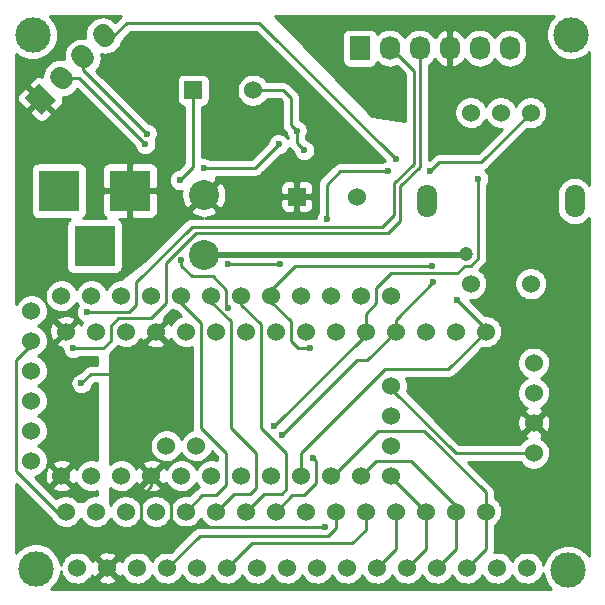
<source format=gtl>
G04 #@! TF.FileFunction,Copper,L1,Top,Signal*
%FSLAX46Y46*%
G04 Gerber Fmt 4.6, Leading zero omitted, Abs format (unit mm)*
G04 Created by KiCad (PCBNEW 4.0.1-stable) date 1/31/2016 9:18:08 PM*
%MOMM*%
G01*
G04 APERTURE LIST*
%ADD10C,0.100000*%
%ADD11R,1.524000X1.524000*%
%ADD12C,1.524000*%
%ADD13C,1.727200*%
%ADD14R,1.727200X2.032000*%
%ADD15O,1.727200X2.032000*%
%ADD16O,1.700000X2.800000*%
%ADD17C,3.000000*%
%ADD18R,3.500120X3.500120*%
%ADD19C,2.540000*%
%ADD20C,0.600000*%
%ADD21C,1.200000*%
%ADD22C,0.250000*%
%ADD23C,0.500000*%
%ADD24C,0.254000*%
G04 APERTURE END LIST*
D10*
D11*
X81407000Y-69088000D03*
D12*
X86487000Y-69088000D03*
D10*
G36*
X61019078Y-60940763D02*
X59797763Y-62162078D01*
X58360922Y-60725237D01*
X59582237Y-59503922D01*
X61019078Y-60940763D01*
X61019078Y-60940763D01*
G37*
D13*
X61593814Y-59144712D02*
X61378288Y-58929186D01*
X63389865Y-57348661D02*
X63174339Y-57133135D01*
X65185917Y-55552609D02*
X64970391Y-55337083D01*
D12*
X61849000Y-95758000D03*
X64389000Y-95758000D03*
X66929000Y-95758000D03*
X69469000Y-95758000D03*
X72009000Y-95758000D03*
X74549000Y-95758000D03*
X77089000Y-95758000D03*
X79629000Y-95758000D03*
X82169000Y-95758000D03*
X84709000Y-95758000D03*
X87249000Y-95758000D03*
X89789000Y-95758000D03*
X92329000Y-95758000D03*
X94869000Y-95758000D03*
X97409000Y-95758000D03*
X97409000Y-80518000D03*
X94869000Y-80518000D03*
X92329000Y-80518000D03*
X89789000Y-80518000D03*
X87249000Y-80518000D03*
X84709000Y-80518000D03*
X82169000Y-80518000D03*
X79629000Y-80518000D03*
X77089000Y-80518000D03*
X74549000Y-80518000D03*
X72009000Y-80518000D03*
X69469000Y-80518000D03*
X66929000Y-80518000D03*
X64389000Y-80518000D03*
X61849000Y-80518000D03*
D11*
X72644000Y-60071000D03*
D12*
X77724000Y-60071000D03*
D14*
X86741000Y-56515000D03*
D15*
X89281000Y-56515000D03*
X91821000Y-56515000D03*
X94361000Y-56515000D03*
X96901000Y-56515000D03*
X99441000Y-56515000D03*
D12*
X101473000Y-83185000D03*
X101473000Y-85725000D03*
X101473000Y-88265000D03*
X101473000Y-90805000D03*
X101219000Y-61976000D03*
X98679000Y-61976000D03*
X96139000Y-61976000D03*
X96139000Y-76476000D03*
X101219000Y-76476000D03*
D16*
X92429000Y-69476000D03*
X104929000Y-69476000D03*
D12*
X62814200Y-100533200D03*
X65354200Y-100533200D03*
X67894200Y-100533200D03*
X70434200Y-100533200D03*
X72974200Y-100533200D03*
X75514200Y-100533200D03*
X78054200Y-100533200D03*
X80594200Y-100533200D03*
X83134200Y-100533200D03*
X85674200Y-100533200D03*
X88214200Y-100533200D03*
X90754200Y-100533200D03*
X93294200Y-100533200D03*
X95834200Y-100533200D03*
X98374200Y-100533200D03*
X100914200Y-100533200D03*
D17*
X59309000Y-100584000D03*
X104648000Y-55372000D03*
X59055000Y-55372000D03*
X104394000Y-100711000D03*
D12*
X89408000Y-85090000D03*
X89408000Y-87630000D03*
X89408000Y-90170000D03*
X89408000Y-92710000D03*
X86868000Y-92710000D03*
X84328000Y-92710000D03*
X81788000Y-92710000D03*
X79248000Y-92710000D03*
X76708000Y-92710000D03*
X74168000Y-92710000D03*
X71628000Y-92710000D03*
X69088000Y-92710000D03*
X66548000Y-92710000D03*
X64008000Y-92710000D03*
X61468000Y-92710000D03*
X58928000Y-91440000D03*
X58928000Y-88900000D03*
X58928000Y-86360000D03*
X58928000Y-83820000D03*
X58928000Y-81280000D03*
X58928000Y-78740000D03*
X61468000Y-77470000D03*
X64008000Y-77470000D03*
X66548000Y-77470000D03*
X69088000Y-77470000D03*
X71628000Y-77470000D03*
X74168000Y-77470000D03*
X76708000Y-77470000D03*
X79248000Y-77470000D03*
X81788000Y-77470000D03*
X84328000Y-77470000D03*
X86868000Y-77470000D03*
X89408000Y-77470000D03*
X70358000Y-90170000D03*
X72898000Y-90170000D03*
D18*
X67287140Y-68580000D03*
X61287660Y-68580000D03*
X64287400Y-73279000D03*
D19*
X73533000Y-68961000D03*
X73533000Y-74041000D03*
D20*
X71501000Y-67691000D03*
X71628000Y-74422000D03*
X75565000Y-78486000D03*
X82042000Y-65151000D03*
X81407000Y-63500000D03*
X79883000Y-64643000D03*
X73533000Y-66675000D03*
X63627000Y-78867000D03*
X62484000Y-81915000D03*
X63182500Y-84899500D03*
X83820000Y-97028000D03*
X96774000Y-67564000D03*
X79502000Y-88519000D03*
X80137000Y-89281000D03*
X92964000Y-76327000D03*
X94996000Y-77851000D03*
X75565000Y-74803000D03*
X80010000Y-74803000D03*
X83947000Y-70993000D03*
X89154000Y-66929000D03*
X92710000Y-66929000D03*
X92837000Y-74930000D03*
X82804000Y-91186000D03*
X82550000Y-81915000D03*
X68580000Y-64643000D03*
X68707000Y-63754000D03*
X89789000Y-65913000D03*
D21*
X95758000Y-73914000D03*
D22*
X72644000Y-66548000D02*
X72644000Y-60071000D01*
X71501000Y-67691000D02*
X72644000Y-66548000D01*
X71628000Y-74930000D02*
X71628000Y-74422000D01*
X72517000Y-75819000D02*
X71628000Y-74930000D01*
X74295000Y-75819000D02*
X72517000Y-75819000D01*
X75438000Y-76962000D02*
X74295000Y-75819000D01*
X75438000Y-78359000D02*
X75438000Y-76962000D01*
X75565000Y-78486000D02*
X75438000Y-78359000D01*
X81407000Y-64516000D02*
X81407000Y-63500000D01*
X82042000Y-65151000D02*
X81407000Y-64516000D01*
X89408000Y-85090000D02*
X89408000Y-85344000D01*
X89408000Y-85344000D02*
X94869000Y-90805000D01*
X94869000Y-90805000D02*
X101473000Y-90805000D01*
X77724000Y-60071000D02*
X80264000Y-60071000D01*
X80899000Y-62992000D02*
X81407000Y-63500000D01*
X80899000Y-60706000D02*
X80899000Y-62992000D01*
X80264000Y-60071000D02*
X80899000Y-60706000D01*
X79883000Y-64643000D02*
X77851000Y-66675000D01*
X77851000Y-66675000D02*
X73533000Y-66675000D01*
X89281000Y-56515000D02*
X89408000Y-56515000D01*
X89408000Y-56515000D02*
X91313000Y-58420000D01*
X67183000Y-78867000D02*
X63627000Y-78867000D01*
X67818000Y-78232000D02*
X67183000Y-78867000D01*
X67818000Y-76327000D02*
X67818000Y-78232000D01*
X72517000Y-71628000D02*
X67818000Y-76327000D01*
X88646000Y-71628000D02*
X72517000Y-71628000D01*
X89662000Y-70612000D02*
X88646000Y-71628000D01*
X89662000Y-67945000D02*
X89662000Y-70612000D01*
X91313000Y-66294000D02*
X89662000Y-67945000D01*
X91313000Y-58420000D02*
X91313000Y-66294000D01*
X89281000Y-56515000D02*
X89281000Y-57277000D01*
X91821000Y-66548000D02*
X91821000Y-56515000D01*
X90170000Y-68199000D02*
X91821000Y-66548000D01*
X90170000Y-71120000D02*
X90170000Y-68199000D01*
X89154000Y-72136000D02*
X90170000Y-71120000D01*
X72898000Y-72136000D02*
X89154000Y-72136000D01*
X70358000Y-74676000D02*
X72898000Y-72136000D01*
X70358000Y-78105000D02*
X70358000Y-74676000D01*
X69088000Y-79375000D02*
X70358000Y-78105000D01*
X66294000Y-79375000D02*
X69088000Y-79375000D01*
X65659000Y-80010000D02*
X66294000Y-79375000D01*
X65659000Y-81280000D02*
X65659000Y-80010000D01*
X65024000Y-81915000D02*
X65659000Y-81280000D01*
X62484000Y-81915000D02*
X65024000Y-81915000D01*
X58928000Y-81280000D02*
X58928000Y-81661000D01*
X58928000Y-81661000D02*
X57658000Y-82931000D01*
X57658000Y-82931000D02*
X57658000Y-92329000D01*
X57658000Y-92329000D02*
X61087000Y-95758000D01*
X61087000Y-95758000D02*
X61849000Y-95758000D01*
X65913000Y-84074000D02*
X69469000Y-80518000D01*
X64008000Y-84074000D02*
X65913000Y-84074000D01*
X63182500Y-84899500D02*
X64008000Y-84074000D01*
X69469000Y-80518000D02*
X69469000Y-80645000D01*
X83820000Y-97028000D02*
X71755000Y-97028000D01*
X71755000Y-97028000D02*
X71374000Y-97028000D01*
X71374000Y-97028000D02*
X70739000Y-96393000D01*
X70739000Y-96393000D02*
X70739000Y-94361000D01*
X70739000Y-94361000D02*
X69088000Y-92710000D01*
X69088000Y-92710000D02*
X69088000Y-93599000D01*
X69088000Y-93599000D02*
X68199000Y-94488000D01*
X68199000Y-94488000D02*
X68199000Y-97688400D01*
X68199000Y-97688400D02*
X65354200Y-100533200D01*
X87249000Y-80518000D02*
X87249000Y-78994000D01*
X96774000Y-74295000D02*
X96774000Y-67564000D01*
X96139000Y-74930000D02*
X96774000Y-74295000D01*
X95631000Y-74930000D02*
X96139000Y-74930000D01*
X94996000Y-75565000D02*
X95631000Y-74930000D01*
X89408000Y-75565000D02*
X94996000Y-75565000D01*
X88138000Y-76835000D02*
X89408000Y-75565000D01*
X88138000Y-78105000D02*
X88138000Y-76835000D01*
X87249000Y-78994000D02*
X88138000Y-78105000D01*
X79502000Y-88519000D02*
X87249000Y-80772000D01*
X87249000Y-80772000D02*
X87249000Y-80518000D01*
X87376000Y-82931000D02*
X89789000Y-80518000D01*
X86487000Y-82931000D02*
X87376000Y-82931000D01*
X80137000Y-89281000D02*
X86487000Y-82931000D01*
X89789000Y-79502000D02*
X89789000Y-80518000D01*
X92964000Y-76327000D02*
X89789000Y-79502000D01*
X81788000Y-92710000D02*
X81788000Y-90805000D01*
X94234000Y-83693000D02*
X97409000Y-80518000D01*
X88900000Y-83693000D02*
X94234000Y-83693000D01*
X81788000Y-90805000D02*
X88900000Y-83693000D01*
X94996000Y-77851000D02*
X97409000Y-80264000D01*
X97409000Y-80264000D02*
X97409000Y-80518000D01*
X101219000Y-61976000D02*
X97028000Y-66167000D01*
X79629000Y-74803000D02*
X75565000Y-74803000D01*
X80010000Y-74803000D02*
X79629000Y-74803000D01*
X83947000Y-68072000D02*
X83947000Y-70993000D01*
X85090000Y-66929000D02*
X83947000Y-68072000D01*
X89154000Y-66929000D02*
X85090000Y-66929000D01*
X93472000Y-66167000D02*
X92710000Y-66929000D01*
X97028000Y-66167000D02*
X93472000Y-66167000D01*
X71628000Y-77470000D02*
X71628000Y-78105000D01*
X71628000Y-78105000D02*
X73279000Y-79756000D01*
X73279000Y-79756000D02*
X73279000Y-88646000D01*
X73279000Y-88646000D02*
X75438000Y-90805000D01*
X75438000Y-90805000D02*
X75438000Y-93472000D01*
X75438000Y-93472000D02*
X74549000Y-94361000D01*
X74549000Y-94361000D02*
X73406000Y-94361000D01*
X73406000Y-94361000D02*
X72009000Y-95758000D01*
X92329000Y-95758000D02*
X92329000Y-98958400D01*
X92329000Y-98958400D02*
X90754200Y-100533200D01*
X89408000Y-92710000D02*
X89408000Y-92837000D01*
X89408000Y-92837000D02*
X92329000Y-95758000D01*
X94869000Y-95758000D02*
X94869000Y-98958400D01*
X94869000Y-98958400D02*
X93294200Y-100533200D01*
X86868000Y-92710000D02*
X88138000Y-91440000D01*
X91059000Y-91440000D02*
X94869000Y-95250000D01*
X88138000Y-91440000D02*
X91059000Y-91440000D01*
X94869000Y-95250000D02*
X94869000Y-95758000D01*
X97409000Y-95758000D02*
X97409000Y-98958400D01*
X97409000Y-98958400D02*
X95834200Y-100533200D01*
X84328000Y-92710000D02*
X84455000Y-92710000D01*
X84455000Y-92710000D02*
X88265000Y-88900000D01*
X88265000Y-88900000D02*
X92202000Y-88900000D01*
X92202000Y-88900000D02*
X97409000Y-94107000D01*
X97409000Y-94107000D02*
X97409000Y-95758000D01*
X74168000Y-77470000D02*
X74168000Y-77978000D01*
X74168000Y-77978000D02*
X75819000Y-79629000D01*
X76073000Y-94234000D02*
X74549000Y-95758000D01*
X77470000Y-94234000D02*
X76073000Y-94234000D01*
X77978000Y-93726000D02*
X77470000Y-94234000D01*
X77978000Y-90805000D02*
X77978000Y-93726000D01*
X75819000Y-88646000D02*
X77978000Y-90805000D01*
X75819000Y-79629000D02*
X75819000Y-88646000D01*
X74168000Y-77470000D02*
X74168000Y-77724000D01*
X76708000Y-77470000D02*
X76708000Y-78232000D01*
X76708000Y-78232000D02*
X78359000Y-79883000D01*
X78359000Y-79883000D02*
X78359000Y-88646000D01*
X78359000Y-88646000D02*
X80518000Y-90805000D01*
X80518000Y-90805000D02*
X80518000Y-93853000D01*
X80518000Y-93853000D02*
X80137000Y-94234000D01*
X80137000Y-94234000D02*
X78613000Y-94234000D01*
X78613000Y-94234000D02*
X77089000Y-95758000D01*
X81280000Y-74930000D02*
X79248000Y-76962000D01*
X92837000Y-74930000D02*
X81280000Y-74930000D01*
X79248000Y-76962000D02*
X79248000Y-77470000D01*
X79248000Y-77470000D02*
X79248000Y-77978000D01*
X79248000Y-77978000D02*
X80899000Y-79629000D01*
X81026000Y-94361000D02*
X79629000Y-95758000D01*
X82042000Y-94361000D02*
X81026000Y-94361000D01*
X83058000Y-93345000D02*
X82042000Y-94361000D01*
X83058000Y-91440000D02*
X83058000Y-93345000D01*
X82804000Y-91186000D02*
X83058000Y-91440000D01*
X81534000Y-81915000D02*
X82550000Y-81915000D01*
X80899000Y-81280000D02*
X81534000Y-81915000D01*
X80899000Y-79629000D02*
X80899000Y-81280000D01*
X79248000Y-77470000D02*
X79248000Y-78105000D01*
X84709000Y-95758000D02*
X84709000Y-97155000D01*
X73177400Y-97790000D02*
X70434200Y-100533200D01*
X84074000Y-97790000D02*
X73177400Y-97790000D01*
X84709000Y-97155000D02*
X84074000Y-97790000D01*
X87249000Y-95758000D02*
X87249000Y-97282000D01*
X77622400Y-98425000D02*
X75514200Y-100533200D01*
X86106000Y-98425000D02*
X77622400Y-98425000D01*
X87249000Y-97282000D02*
X86106000Y-98425000D01*
X89789000Y-95758000D02*
X89789000Y-98958400D01*
X89789000Y-98958400D02*
X88214200Y-100533200D01*
X62973949Y-59036949D02*
X61486051Y-59036949D01*
X68580000Y-64643000D02*
X62973949Y-59036949D01*
X63282102Y-57240898D02*
X63282102Y-58329102D01*
X63282102Y-58329102D02*
X68707000Y-63754000D01*
X65078154Y-55444846D02*
X65967154Y-55444846D01*
X65967154Y-55444846D02*
X67056000Y-54356000D01*
X67056000Y-54356000D02*
X78232000Y-54356000D01*
X78232000Y-54356000D02*
X89789000Y-65913000D01*
D23*
X95631000Y-74041000D02*
X73533000Y-74041000D01*
X95758000Y-73914000D02*
X95631000Y-74041000D01*
D24*
G36*
X66526154Y-53811148D02*
X66520594Y-53816631D01*
X66520478Y-53816726D01*
X66520389Y-53816834D01*
X66518599Y-53818599D01*
X66044923Y-54292275D01*
X66024413Y-54271765D01*
X65798407Y-54086122D01*
X65540648Y-53947912D01*
X65260952Y-53862400D01*
X64969974Y-53832844D01*
X64678796Y-53860369D01*
X64398511Y-53943925D01*
X64139793Y-54080333D01*
X63912497Y-54264393D01*
X63725280Y-54489097D01*
X63585275Y-54745885D01*
X63497813Y-55024977D01*
X63466225Y-55315741D01*
X63491716Y-55607104D01*
X63510702Y-55672455D01*
X63464900Y-55658452D01*
X63173922Y-55628896D01*
X62882744Y-55656421D01*
X62602459Y-55739977D01*
X62343741Y-55876385D01*
X62116445Y-56060445D01*
X61929228Y-56285149D01*
X61789223Y-56541937D01*
X61701761Y-56821029D01*
X61670173Y-57111793D01*
X61695664Y-57403156D01*
X61714650Y-57468506D01*
X61668849Y-57454503D01*
X61377871Y-57424947D01*
X61086693Y-57452472D01*
X60806408Y-57536028D01*
X60547690Y-57672436D01*
X60320394Y-57856496D01*
X60133177Y-58081200D01*
X59993172Y-58337988D01*
X59905710Y-58617080D01*
X59874122Y-58907844D01*
X59876815Y-58938621D01*
X59767460Y-58893325D01*
X59644779Y-58868922D01*
X59519695Y-58868922D01*
X59397014Y-58893325D01*
X59281452Y-58941192D01*
X59177448Y-59010685D01*
X58724622Y-59463511D01*
X58724622Y-59688017D01*
X59690000Y-60653395D01*
X59704142Y-60639252D01*
X59883748Y-60818858D01*
X59869605Y-60833000D01*
X60834983Y-61798378D01*
X61059489Y-61798378D01*
X61512315Y-61345552D01*
X61581808Y-61241548D01*
X61629675Y-61125986D01*
X61654078Y-61003305D01*
X61654078Y-60878221D01*
X61629675Y-60755540D01*
X61585142Y-60648028D01*
X61594231Y-60648951D01*
X61885409Y-60621427D01*
X62165694Y-60537870D01*
X62424413Y-60401463D01*
X62651708Y-60217402D01*
X62838926Y-59992698D01*
X62844561Y-59982363D01*
X67657249Y-64795051D01*
X67676872Y-64901968D01*
X67744372Y-65072454D01*
X67843701Y-65226583D01*
X67971076Y-65358484D01*
X68121644Y-65463131D01*
X68289671Y-65536540D01*
X68468757Y-65575915D01*
X68652079Y-65579755D01*
X68832657Y-65547914D01*
X69003610Y-65481606D01*
X69158429Y-65383355D01*
X69291215Y-65256904D01*
X69396911Y-65107070D01*
X69471492Y-64939560D01*
X69512116Y-64760754D01*
X69515040Y-64551319D01*
X69479425Y-64371448D01*
X69455928Y-64314442D01*
X69523911Y-64218070D01*
X69598492Y-64050560D01*
X69639116Y-63871754D01*
X69642040Y-63662319D01*
X69606425Y-63482448D01*
X69536550Y-63312920D01*
X69435079Y-63160193D01*
X69305875Y-63030084D01*
X69153860Y-62927549D01*
X68984825Y-62856493D01*
X68858329Y-62830527D01*
X64448393Y-58420591D01*
X64634977Y-58196647D01*
X64774982Y-57939859D01*
X64862444Y-57660767D01*
X64894031Y-57370003D01*
X64868540Y-57078640D01*
X64849554Y-57013289D01*
X64895356Y-57027292D01*
X65186334Y-57056848D01*
X65477512Y-57029324D01*
X65757797Y-56945767D01*
X66016516Y-56809360D01*
X66243811Y-56625299D01*
X66431029Y-56400595D01*
X66571034Y-56143807D01*
X66658496Y-55864715D01*
X66662933Y-55823869D01*
X67370802Y-55116000D01*
X77917198Y-55116000D01*
X88846117Y-66044919D01*
X88718722Y-66096390D01*
X88607763Y-66169000D01*
X85090000Y-66169000D01*
X85020123Y-66175851D01*
X84950197Y-66181969D01*
X84946359Y-66183084D01*
X84942382Y-66183474D01*
X84875179Y-66203764D01*
X84807760Y-66223351D01*
X84804212Y-66225190D01*
X84800387Y-66226345D01*
X84738429Y-66259288D01*
X84676074Y-66291610D01*
X84672949Y-66294105D01*
X84669422Y-66295980D01*
X84615035Y-66340337D01*
X84560154Y-66384148D01*
X84554594Y-66389631D01*
X84554478Y-66389726D01*
X84554389Y-66389834D01*
X84552599Y-66391599D01*
X83409599Y-67534599D01*
X83365032Y-67588855D01*
X83319914Y-67642625D01*
X83317989Y-67646126D01*
X83315452Y-67649215D01*
X83282287Y-67711067D01*
X83248457Y-67772604D01*
X83247248Y-67776416D01*
X83245361Y-67779935D01*
X83224848Y-67847031D01*
X83203608Y-67913987D01*
X83203162Y-67917959D01*
X83201994Y-67921781D01*
X83194897Y-67991649D01*
X83187074Y-68061389D01*
X83187020Y-68069194D01*
X83187004Y-68069347D01*
X83187018Y-68069490D01*
X83187000Y-68072000D01*
X83187000Y-70447918D01*
X83123689Y-70540381D01*
X83051454Y-70708916D01*
X83017640Y-70868000D01*
X73636631Y-70868000D01*
X73957227Y-70827618D01*
X74313235Y-70708988D01*
X74552924Y-70580871D01*
X74681247Y-70288852D01*
X73533000Y-69140605D01*
X72384753Y-70288852D01*
X72513076Y-70580871D01*
X72848695Y-70748723D01*
X73210611Y-70847874D01*
X73493391Y-70868000D01*
X72517000Y-70868000D01*
X72447115Y-70874852D01*
X72377198Y-70880969D01*
X72373360Y-70882084D01*
X72369382Y-70882474D01*
X72302200Y-70902757D01*
X72234761Y-70922350D01*
X72231210Y-70924191D01*
X72227387Y-70925345D01*
X72165426Y-70958290D01*
X72103075Y-70990610D01*
X72099952Y-70993103D01*
X72096422Y-70994980D01*
X72041989Y-71039375D01*
X71987155Y-71083148D01*
X71981596Y-71088630D01*
X71981478Y-71088726D01*
X71981388Y-71088835D01*
X71979599Y-71090599D01*
X68505037Y-74565161D01*
X66496529Y-76072547D01*
X66420774Y-76072018D01*
X66151661Y-76123354D01*
X65897644Y-76225984D01*
X65668399Y-76375997D01*
X65472658Y-76567681D01*
X65317877Y-76793734D01*
X65278351Y-76885956D01*
X65247446Y-76810975D01*
X65095835Y-76582783D01*
X64902790Y-76388385D01*
X64675662Y-76235185D01*
X64423103Y-76129019D01*
X64154733Y-76073931D01*
X63880774Y-76072018D01*
X63611661Y-76123354D01*
X63357644Y-76225984D01*
X63128399Y-76375997D01*
X62932658Y-76567681D01*
X62777877Y-76793734D01*
X62738351Y-76885956D01*
X62707446Y-76810975D01*
X62555835Y-76582783D01*
X62362790Y-76388385D01*
X62135662Y-76235185D01*
X61883103Y-76129019D01*
X61614733Y-76073931D01*
X61340774Y-76072018D01*
X61071661Y-76123354D01*
X60817644Y-76225984D01*
X60588399Y-76375997D01*
X60392658Y-76567681D01*
X60237877Y-76793734D01*
X60129950Y-77045546D01*
X60072989Y-77313524D01*
X60069164Y-77587464D01*
X60118620Y-77856928D01*
X60219474Y-78111655D01*
X60367883Y-78341942D01*
X60558196Y-78539016D01*
X60783163Y-78695372D01*
X61034215Y-78805054D01*
X61301789Y-78863884D01*
X61575695Y-78869622D01*
X61845499Y-78822048D01*
X62100923Y-78722975D01*
X62332240Y-78576177D01*
X62530639Y-78387245D01*
X62688561Y-78163375D01*
X62736934Y-78054727D01*
X62759474Y-78111655D01*
X62881413Y-78300868D01*
X62803689Y-78414381D01*
X62731454Y-78582916D01*
X62693331Y-78762272D01*
X62690771Y-78945617D01*
X62723872Y-79125968D01*
X62791372Y-79296454D01*
X62890701Y-79450583D01*
X63018076Y-79582484D01*
X63168644Y-79687131D01*
X63242609Y-79719446D01*
X63158877Y-79841734D01*
X63121591Y-79928728D01*
X63116636Y-79914977D01*
X63054656Y-79799020D01*
X62814565Y-79732040D01*
X62028605Y-80518000D01*
X62042748Y-80532143D01*
X61863143Y-80711748D01*
X61849000Y-80697605D01*
X61063040Y-81483565D01*
X61130020Y-81723656D01*
X61379048Y-81840756D01*
X61549316Y-81883001D01*
X61547771Y-81993617D01*
X61580872Y-82173968D01*
X61648372Y-82344454D01*
X61747701Y-82498583D01*
X61875076Y-82630484D01*
X62025644Y-82735131D01*
X62193671Y-82808540D01*
X62372757Y-82847915D01*
X62556079Y-82851755D01*
X62736657Y-82819914D01*
X62907610Y-82753606D01*
X63031473Y-82675000D01*
X64525771Y-82675000D01*
X64524441Y-83314000D01*
X64008000Y-83314000D01*
X63938123Y-83320851D01*
X63868197Y-83326969D01*
X63864359Y-83328084D01*
X63860382Y-83328474D01*
X63793179Y-83348764D01*
X63725760Y-83368351D01*
X63722212Y-83370190D01*
X63718387Y-83371345D01*
X63656390Y-83404309D01*
X63594074Y-83436611D01*
X63590953Y-83439103D01*
X63587422Y-83440980D01*
X63533007Y-83485359D01*
X63478154Y-83529148D01*
X63472594Y-83534631D01*
X63472478Y-83534726D01*
X63472389Y-83534834D01*
X63470599Y-83536599D01*
X63030628Y-83976570D01*
X62917233Y-83998201D01*
X62747222Y-84066890D01*
X62593791Y-84167293D01*
X62462783Y-84295586D01*
X62359189Y-84446881D01*
X62286954Y-84615416D01*
X62248831Y-84794772D01*
X62246271Y-84978117D01*
X62279372Y-85158468D01*
X62346872Y-85328954D01*
X62446201Y-85483083D01*
X62573576Y-85614984D01*
X62724144Y-85719631D01*
X62892171Y-85793040D01*
X63071257Y-85832415D01*
X63254579Y-85836255D01*
X63435157Y-85804414D01*
X63606110Y-85738106D01*
X63760929Y-85639855D01*
X63893715Y-85513404D01*
X63999411Y-85363570D01*
X64073992Y-85196060D01*
X64107286Y-85049516D01*
X64322802Y-84834000D01*
X64521277Y-84834000D01*
X64507601Y-91404539D01*
X64423103Y-91369019D01*
X64154733Y-91313931D01*
X63880774Y-91312018D01*
X63611661Y-91363354D01*
X63357644Y-91465984D01*
X63128399Y-91615997D01*
X62932658Y-91807681D01*
X62777877Y-92033734D01*
X62740591Y-92120728D01*
X62735636Y-92106977D01*
X62673656Y-91991020D01*
X62433565Y-91924040D01*
X61647605Y-92710000D01*
X62433565Y-93495960D01*
X62673656Y-93428980D01*
X62736866Y-93294555D01*
X62759474Y-93351655D01*
X62907883Y-93581942D01*
X63098196Y-93779016D01*
X63323163Y-93935372D01*
X63574215Y-94045054D01*
X63841789Y-94103884D01*
X64115695Y-94109622D01*
X64385499Y-94062048D01*
X64502164Y-94016796D01*
X64501446Y-94361692D01*
X64261774Y-94360018D01*
X63992661Y-94411354D01*
X63738644Y-94513984D01*
X63509399Y-94663997D01*
X63313658Y-94855681D01*
X63288753Y-94892054D01*
X62929097Y-94862990D01*
X62743790Y-94676385D01*
X62516662Y-94523185D01*
X62264103Y-94417019D01*
X61995733Y-94361931D01*
X61721774Y-94360018D01*
X61452661Y-94411354D01*
X61198644Y-94513984D01*
X61028878Y-94625076D01*
X60079367Y-93675565D01*
X60682040Y-93675565D01*
X60749020Y-93915656D01*
X60998048Y-94032756D01*
X61265135Y-94099023D01*
X61540017Y-94111910D01*
X61812133Y-94070922D01*
X62071023Y-93977636D01*
X62186980Y-93915656D01*
X62253960Y-93675565D01*
X61468000Y-92889605D01*
X60682040Y-93675565D01*
X60079367Y-93675565D01*
X59212286Y-92808484D01*
X59305499Y-92792048D01*
X59331360Y-92782017D01*
X60066090Y-92782017D01*
X60107078Y-93054133D01*
X60200364Y-93313023D01*
X60262344Y-93428980D01*
X60502435Y-93495960D01*
X61288395Y-92710000D01*
X60502435Y-91924040D01*
X60262344Y-91991020D01*
X60145244Y-92240048D01*
X60078977Y-92507135D01*
X60066090Y-92782017D01*
X59331360Y-92782017D01*
X59560923Y-92692975D01*
X59792240Y-92546177D01*
X59990639Y-92357245D01*
X60148561Y-92133375D01*
X60259993Y-91883095D01*
X60291495Y-91744435D01*
X60682040Y-91744435D01*
X61468000Y-92530395D01*
X62253960Y-91744435D01*
X62186980Y-91504344D01*
X61937952Y-91387244D01*
X61670865Y-91320977D01*
X61395983Y-91308090D01*
X61123867Y-91349078D01*
X60864977Y-91442364D01*
X60749020Y-91504344D01*
X60682040Y-91744435D01*
X60291495Y-91744435D01*
X60320690Y-91615938D01*
X60325059Y-91303017D01*
X60271846Y-91034269D01*
X60167446Y-90780975D01*
X60015835Y-90552783D01*
X59822790Y-90358385D01*
X59595662Y-90205185D01*
X59514393Y-90171023D01*
X59560923Y-90152975D01*
X59792240Y-90006177D01*
X59990639Y-89817245D01*
X60148561Y-89593375D01*
X60259993Y-89343095D01*
X60320690Y-89075938D01*
X60325059Y-88763017D01*
X60271846Y-88494269D01*
X60167446Y-88240975D01*
X60015835Y-88012783D01*
X59822790Y-87818385D01*
X59595662Y-87665185D01*
X59514393Y-87631023D01*
X59560923Y-87612975D01*
X59792240Y-87466177D01*
X59990639Y-87277245D01*
X60148561Y-87053375D01*
X60259993Y-86803095D01*
X60320690Y-86535938D01*
X60325059Y-86223017D01*
X60271846Y-85954269D01*
X60167446Y-85700975D01*
X60015835Y-85472783D01*
X59822790Y-85278385D01*
X59595662Y-85125185D01*
X59514393Y-85091023D01*
X59560923Y-85072975D01*
X59792240Y-84926177D01*
X59990639Y-84737245D01*
X60148561Y-84513375D01*
X60259993Y-84263095D01*
X60320690Y-83995938D01*
X60325059Y-83683017D01*
X60271846Y-83414269D01*
X60167446Y-83160975D01*
X60015835Y-82932783D01*
X59822790Y-82738385D01*
X59595662Y-82585185D01*
X59514393Y-82551023D01*
X59560923Y-82532975D01*
X59792240Y-82386177D01*
X59990639Y-82197245D01*
X60148561Y-81973375D01*
X60259993Y-81723095D01*
X60320690Y-81455938D01*
X60325059Y-81143017D01*
X60271846Y-80874269D01*
X60167446Y-80620975D01*
X60146878Y-80590017D01*
X60447090Y-80590017D01*
X60488078Y-80862133D01*
X60581364Y-81121023D01*
X60643344Y-81236980D01*
X60883435Y-81303960D01*
X61669395Y-80518000D01*
X60883435Y-79732040D01*
X60643344Y-79799020D01*
X60526244Y-80048048D01*
X60459977Y-80315135D01*
X60447090Y-80590017D01*
X60146878Y-80590017D01*
X60015835Y-80392783D01*
X59822790Y-80198385D01*
X59595662Y-80045185D01*
X59514393Y-80011023D01*
X59560923Y-79992975D01*
X59792240Y-79846177D01*
X59990639Y-79657245D01*
X60064573Y-79552435D01*
X61063040Y-79552435D01*
X61849000Y-80338395D01*
X62634960Y-79552435D01*
X62567980Y-79312344D01*
X62318952Y-79195244D01*
X62051865Y-79128977D01*
X61776983Y-79116090D01*
X61504867Y-79157078D01*
X61245977Y-79250364D01*
X61130020Y-79312344D01*
X61063040Y-79552435D01*
X60064573Y-79552435D01*
X60148561Y-79433375D01*
X60259993Y-79183095D01*
X60320690Y-78915938D01*
X60325059Y-78603017D01*
X60271846Y-78334269D01*
X60167446Y-78080975D01*
X60015835Y-77852783D01*
X59822790Y-77658385D01*
X59595662Y-77505185D01*
X59343103Y-77399019D01*
X59074733Y-77343931D01*
X58800774Y-77342018D01*
X58531661Y-77393354D01*
X58277644Y-77495984D01*
X58048399Y-77645997D01*
X57852658Y-77837681D01*
X57697877Y-78063734D01*
X57631800Y-78217903D01*
X57631800Y-66829940D01*
X58899528Y-66829940D01*
X58899528Y-70330060D01*
X58907592Y-70431181D01*
X58960706Y-70602694D01*
X59059500Y-70752619D01*
X59196150Y-70869085D01*
X59359837Y-70942870D01*
X59537600Y-70968132D01*
X62240295Y-70968132D01*
X62114781Y-71050840D01*
X61998315Y-71187490D01*
X61924530Y-71351177D01*
X61899268Y-71528940D01*
X61899268Y-75029060D01*
X61907332Y-75130181D01*
X61960446Y-75301694D01*
X62059240Y-75451619D01*
X62195890Y-75568085D01*
X62359577Y-75641870D01*
X62537340Y-75667132D01*
X66037460Y-75667132D01*
X66138581Y-75659068D01*
X66310094Y-75605954D01*
X66460019Y-75507160D01*
X66576485Y-75370510D01*
X66650270Y-75206823D01*
X66675532Y-75029060D01*
X66675532Y-71528940D01*
X66667468Y-71427819D01*
X66614354Y-71256306D01*
X66515560Y-71106381D01*
X66378910Y-70989915D01*
X66323771Y-70965060D01*
X67001390Y-70965060D01*
X67160140Y-70806310D01*
X67160140Y-68707000D01*
X67414140Y-68707000D01*
X67414140Y-70806310D01*
X67572890Y-70965060D01*
X69099742Y-70965060D01*
X69222423Y-70940657D01*
X69337985Y-70892790D01*
X69441989Y-70823297D01*
X69530437Y-70734849D01*
X69599930Y-70630845D01*
X69647797Y-70515283D01*
X69672200Y-70392602D01*
X69672200Y-68865750D01*
X69513450Y-68707000D01*
X67414140Y-68707000D01*
X67160140Y-68707000D01*
X65060830Y-68707000D01*
X64902080Y-68865750D01*
X64902080Y-70392602D01*
X64926483Y-70515283D01*
X64974350Y-70630845D01*
X65043843Y-70734849D01*
X65132291Y-70823297D01*
X65233419Y-70890868D01*
X63334765Y-70890868D01*
X63460279Y-70808160D01*
X63576745Y-70671510D01*
X63650530Y-70507823D01*
X63675792Y-70330060D01*
X63675792Y-66829940D01*
X63670805Y-66767398D01*
X64902080Y-66767398D01*
X64902080Y-68294250D01*
X65060830Y-68453000D01*
X67160140Y-68453000D01*
X67160140Y-66353690D01*
X67414140Y-66353690D01*
X67414140Y-68453000D01*
X69513450Y-68453000D01*
X69672200Y-68294250D01*
X69672200Y-67769617D01*
X70564771Y-67769617D01*
X70597872Y-67949968D01*
X70665372Y-68120454D01*
X70764701Y-68274583D01*
X70892076Y-68406484D01*
X71042644Y-68511131D01*
X71210671Y-68584540D01*
X71389757Y-68623915D01*
X71573079Y-68627755D01*
X71652959Y-68613670D01*
X71646126Y-68638611D01*
X71619486Y-69012916D01*
X71666382Y-69385227D01*
X71785012Y-69741235D01*
X71913129Y-69980924D01*
X72205148Y-70109247D01*
X73353395Y-68961000D01*
X73712605Y-68961000D01*
X74860852Y-70109247D01*
X75152871Y-69980924D01*
X75320723Y-69645305D01*
X75395118Y-69373750D01*
X80010000Y-69373750D01*
X80010000Y-69912542D01*
X80034403Y-70035223D01*
X80082270Y-70150785D01*
X80151763Y-70254789D01*
X80240211Y-70343237D01*
X80344215Y-70412730D01*
X80459777Y-70460597D01*
X80582458Y-70485000D01*
X81121250Y-70485000D01*
X81280000Y-70326250D01*
X81280000Y-69215000D01*
X81534000Y-69215000D01*
X81534000Y-70326250D01*
X81692750Y-70485000D01*
X82231542Y-70485000D01*
X82354223Y-70460597D01*
X82469785Y-70412730D01*
X82573789Y-70343237D01*
X82662237Y-70254789D01*
X82731730Y-70150785D01*
X82779597Y-70035223D01*
X82804000Y-69912542D01*
X82804000Y-69373750D01*
X82645250Y-69215000D01*
X81534000Y-69215000D01*
X81280000Y-69215000D01*
X80168750Y-69215000D01*
X80010000Y-69373750D01*
X75395118Y-69373750D01*
X75419874Y-69283389D01*
X75446514Y-68909084D01*
X75399618Y-68536773D01*
X75308544Y-68263458D01*
X80010000Y-68263458D01*
X80010000Y-68802250D01*
X80168750Y-68961000D01*
X81280000Y-68961000D01*
X81280000Y-67849750D01*
X81534000Y-67849750D01*
X81534000Y-68961000D01*
X82645250Y-68961000D01*
X82804000Y-68802250D01*
X82804000Y-68263458D01*
X82779597Y-68140777D01*
X82731730Y-68025215D01*
X82662237Y-67921211D01*
X82573789Y-67832763D01*
X82469785Y-67763270D01*
X82354223Y-67715403D01*
X82231542Y-67691000D01*
X81692750Y-67691000D01*
X81534000Y-67849750D01*
X81280000Y-67849750D01*
X81121250Y-67691000D01*
X80582458Y-67691000D01*
X80459777Y-67715403D01*
X80344215Y-67763270D01*
X80240211Y-67832763D01*
X80151763Y-67921211D01*
X80082270Y-68025215D01*
X80034403Y-68140777D01*
X80010000Y-68263458D01*
X75308544Y-68263458D01*
X75280988Y-68180765D01*
X75152871Y-67941076D01*
X74860852Y-67812753D01*
X73712605Y-68961000D01*
X73353395Y-68961000D01*
X73339253Y-68946858D01*
X73518858Y-68767253D01*
X73533000Y-68781395D01*
X74681247Y-67633148D01*
X74594174Y-67435000D01*
X77851000Y-67435000D01*
X77920877Y-67428149D01*
X77990803Y-67422031D01*
X77994641Y-67420916D01*
X77998618Y-67420526D01*
X78065821Y-67400236D01*
X78133240Y-67380649D01*
X78136788Y-67378810D01*
X78140613Y-67377655D01*
X78202591Y-67344701D01*
X78264925Y-67312390D01*
X78268048Y-67309897D01*
X78271578Y-67308020D01*
X78325987Y-67263645D01*
X78380846Y-67219852D01*
X78386406Y-67214369D01*
X78386522Y-67214274D01*
X78386611Y-67214166D01*
X78388401Y-67212401D01*
X80035169Y-65565633D01*
X80135657Y-65547914D01*
X80306610Y-65481606D01*
X80461429Y-65383355D01*
X80594215Y-65256904D01*
X80699911Y-65107070D01*
X80774492Y-64939560D01*
X80774910Y-64937719D01*
X80818355Y-64990987D01*
X80862148Y-65045846D01*
X80867631Y-65051406D01*
X80867726Y-65051522D01*
X80867834Y-65051611D01*
X80869599Y-65053401D01*
X81119249Y-65303051D01*
X81138872Y-65409968D01*
X81206372Y-65580454D01*
X81305701Y-65734583D01*
X81433076Y-65866484D01*
X81583644Y-65971131D01*
X81751671Y-66044540D01*
X81930757Y-66083915D01*
X82114079Y-66087755D01*
X82294657Y-66055914D01*
X82465610Y-65989606D01*
X82620429Y-65891355D01*
X82753215Y-65764904D01*
X82858911Y-65615070D01*
X82933492Y-65447560D01*
X82974116Y-65268754D01*
X82977040Y-65059319D01*
X82941425Y-64879448D01*
X82871550Y-64709920D01*
X82770079Y-64557193D01*
X82640875Y-64427084D01*
X82488860Y-64324549D01*
X82319825Y-64253493D01*
X82193329Y-64227527D01*
X82167000Y-64201198D01*
X82167000Y-64044747D01*
X82223911Y-63964070D01*
X82298492Y-63796560D01*
X82339116Y-63617754D01*
X82342040Y-63408319D01*
X82306425Y-63228448D01*
X82236550Y-63058920D01*
X82135079Y-62906193D01*
X82005875Y-62776084D01*
X81853860Y-62673549D01*
X81684825Y-62602493D01*
X81659000Y-62597192D01*
X81659000Y-60706000D01*
X81652148Y-60636119D01*
X81646031Y-60566197D01*
X81644916Y-60562359D01*
X81644526Y-60558382D01*
X81624246Y-60491212D01*
X81604650Y-60423761D01*
X81602809Y-60420210D01*
X81601655Y-60416387D01*
X81568710Y-60354426D01*
X81536390Y-60292075D01*
X81533897Y-60288952D01*
X81532020Y-60285422D01*
X81487625Y-60230989D01*
X81443852Y-60176155D01*
X81438370Y-60170596D01*
X81438274Y-60170478D01*
X81438165Y-60170388D01*
X81436401Y-60168599D01*
X80801401Y-59533599D01*
X80747145Y-59489032D01*
X80693375Y-59443914D01*
X80689874Y-59441989D01*
X80686785Y-59439452D01*
X80624933Y-59406287D01*
X80563396Y-59372457D01*
X80559584Y-59371248D01*
X80556065Y-59369361D01*
X80488969Y-59348848D01*
X80422013Y-59327608D01*
X80418041Y-59327162D01*
X80414219Y-59325994D01*
X80344351Y-59318897D01*
X80274611Y-59311074D01*
X80266806Y-59311020D01*
X80266653Y-59311004D01*
X80266510Y-59311018D01*
X80264000Y-59311000D01*
X78896358Y-59311000D01*
X78811835Y-59183783D01*
X78618790Y-58989385D01*
X78391662Y-58836185D01*
X78139103Y-58730019D01*
X77870733Y-58674931D01*
X77596774Y-58673018D01*
X77327661Y-58724354D01*
X77073644Y-58826984D01*
X76844399Y-58976997D01*
X76648658Y-59168681D01*
X76493877Y-59394734D01*
X76385950Y-59646546D01*
X76328989Y-59914524D01*
X76325164Y-60188464D01*
X76374620Y-60457928D01*
X76475474Y-60712655D01*
X76623883Y-60942942D01*
X76814196Y-61140016D01*
X77039163Y-61296372D01*
X77290215Y-61406054D01*
X77557789Y-61464884D01*
X77831695Y-61470622D01*
X78101499Y-61423048D01*
X78356923Y-61323975D01*
X78588240Y-61177177D01*
X78786639Y-60988245D01*
X78897563Y-60831000D01*
X79949198Y-60831000D01*
X80139000Y-61020802D01*
X80139000Y-62992000D01*
X80145851Y-63061877D01*
X80151969Y-63131803D01*
X80153084Y-63135641D01*
X80153474Y-63139618D01*
X80173764Y-63206821D01*
X80193351Y-63274240D01*
X80195190Y-63277788D01*
X80196345Y-63281613D01*
X80229299Y-63343591D01*
X80261610Y-63405925D01*
X80264103Y-63409048D01*
X80265980Y-63412578D01*
X80310355Y-63466987D01*
X80354148Y-63521846D01*
X80359631Y-63527406D01*
X80359726Y-63527522D01*
X80359834Y-63527611D01*
X80361599Y-63529401D01*
X80484249Y-63652051D01*
X80503872Y-63758968D01*
X80571372Y-63929454D01*
X80647000Y-64046806D01*
X80647000Y-64103259D01*
X80611079Y-64049193D01*
X80481875Y-63919084D01*
X80329860Y-63816549D01*
X80160825Y-63745493D01*
X79981207Y-63708623D01*
X79797849Y-63707343D01*
X79617733Y-63741701D01*
X79447722Y-63810390D01*
X79294291Y-63910793D01*
X79163283Y-64039086D01*
X79059689Y-64190381D01*
X78987454Y-64358916D01*
X78959158Y-64492040D01*
X77536198Y-65915000D01*
X74078378Y-65915000D01*
X73979860Y-65848549D01*
X73810825Y-65777493D01*
X73631207Y-65740623D01*
X73447849Y-65739343D01*
X73404000Y-65747707D01*
X73404000Y-61471072D01*
X73406000Y-61471072D01*
X73507121Y-61463008D01*
X73678634Y-61409894D01*
X73828559Y-61311100D01*
X73945025Y-61174450D01*
X74018810Y-61010763D01*
X74044072Y-60833000D01*
X74044072Y-59309000D01*
X74036008Y-59207879D01*
X73982894Y-59036366D01*
X73884100Y-58886441D01*
X73747450Y-58769975D01*
X73583763Y-58696190D01*
X73406000Y-58670928D01*
X71882000Y-58670928D01*
X71780879Y-58678992D01*
X71609366Y-58732106D01*
X71459441Y-58830900D01*
X71342975Y-58967550D01*
X71269190Y-59131237D01*
X71243928Y-59309000D01*
X71243928Y-60833000D01*
X71251992Y-60934121D01*
X71305106Y-61105634D01*
X71403900Y-61255559D01*
X71540550Y-61372025D01*
X71704237Y-61445810D01*
X71882000Y-61471072D01*
X71884000Y-61471072D01*
X71884000Y-66233198D01*
X71349128Y-66768070D01*
X71235733Y-66789701D01*
X71065722Y-66858390D01*
X70912291Y-66958793D01*
X70781283Y-67087086D01*
X70677689Y-67238381D01*
X70605454Y-67406916D01*
X70567331Y-67586272D01*
X70564771Y-67769617D01*
X69672200Y-67769617D01*
X69672200Y-66767398D01*
X69647797Y-66644717D01*
X69599930Y-66529155D01*
X69530437Y-66425151D01*
X69441989Y-66336703D01*
X69337985Y-66267210D01*
X69222423Y-66219343D01*
X69099742Y-66194940D01*
X67572890Y-66194940D01*
X67414140Y-66353690D01*
X67160140Y-66353690D01*
X67001390Y-66194940D01*
X65474538Y-66194940D01*
X65351857Y-66219343D01*
X65236295Y-66267210D01*
X65132291Y-66336703D01*
X65043843Y-66425151D01*
X64974350Y-66529155D01*
X64926483Y-66644717D01*
X64902080Y-66767398D01*
X63670805Y-66767398D01*
X63667728Y-66728819D01*
X63614614Y-66557306D01*
X63515820Y-66407381D01*
X63379170Y-66290915D01*
X63215483Y-66217130D01*
X63037720Y-66191868D01*
X59537600Y-66191868D01*
X59436479Y-66199932D01*
X59264966Y-66253046D01*
X59115041Y-66351840D01*
X58998575Y-66488490D01*
X58924790Y-66652177D01*
X58899528Y-66829940D01*
X57631800Y-66829940D01*
X57631800Y-61870220D01*
X58832386Y-61870220D01*
X58832386Y-62094726D01*
X59392974Y-62655315D01*
X59496978Y-62724808D01*
X59612540Y-62772675D01*
X59735221Y-62797078D01*
X59860305Y-62797078D01*
X59982986Y-62772675D01*
X60098548Y-62724808D01*
X60202552Y-62655315D01*
X60655378Y-62202489D01*
X60655378Y-61977983D01*
X59690000Y-61012605D01*
X58832386Y-61870220D01*
X57631800Y-61870220D01*
X57631800Y-60662695D01*
X57725922Y-60662695D01*
X57725922Y-60787779D01*
X57750325Y-60910460D01*
X57798192Y-61026022D01*
X57867685Y-61130026D01*
X58428274Y-61690614D01*
X58652780Y-61690614D01*
X59510395Y-60833000D01*
X58545017Y-59867622D01*
X58320511Y-59867622D01*
X57867685Y-60320448D01*
X57798192Y-60424452D01*
X57750325Y-60540014D01*
X57725922Y-60662695D01*
X57631800Y-60662695D01*
X57631800Y-56971818D01*
X57664569Y-57005751D01*
X58008380Y-57244706D01*
X58392057Y-57412330D01*
X58800984Y-57502239D01*
X59219588Y-57511007D01*
X59631922Y-57438302D01*
X60022281Y-57286891D01*
X60375797Y-57062543D01*
X60679004Y-56773803D01*
X60920354Y-56431668D01*
X61090652Y-56049171D01*
X61183413Y-55640881D01*
X61190091Y-55162652D01*
X61108766Y-54751931D01*
X60949214Y-54364829D01*
X60717512Y-54016089D01*
X60488825Y-53785800D01*
X66557907Y-53785800D01*
X66526154Y-53811148D01*
X66526154Y-53811148D01*
G37*
X66526154Y-53811148D02*
X66520594Y-53816631D01*
X66520478Y-53816726D01*
X66520389Y-53816834D01*
X66518599Y-53818599D01*
X66044923Y-54292275D01*
X66024413Y-54271765D01*
X65798407Y-54086122D01*
X65540648Y-53947912D01*
X65260952Y-53862400D01*
X64969974Y-53832844D01*
X64678796Y-53860369D01*
X64398511Y-53943925D01*
X64139793Y-54080333D01*
X63912497Y-54264393D01*
X63725280Y-54489097D01*
X63585275Y-54745885D01*
X63497813Y-55024977D01*
X63466225Y-55315741D01*
X63491716Y-55607104D01*
X63510702Y-55672455D01*
X63464900Y-55658452D01*
X63173922Y-55628896D01*
X62882744Y-55656421D01*
X62602459Y-55739977D01*
X62343741Y-55876385D01*
X62116445Y-56060445D01*
X61929228Y-56285149D01*
X61789223Y-56541937D01*
X61701761Y-56821029D01*
X61670173Y-57111793D01*
X61695664Y-57403156D01*
X61714650Y-57468506D01*
X61668849Y-57454503D01*
X61377871Y-57424947D01*
X61086693Y-57452472D01*
X60806408Y-57536028D01*
X60547690Y-57672436D01*
X60320394Y-57856496D01*
X60133177Y-58081200D01*
X59993172Y-58337988D01*
X59905710Y-58617080D01*
X59874122Y-58907844D01*
X59876815Y-58938621D01*
X59767460Y-58893325D01*
X59644779Y-58868922D01*
X59519695Y-58868922D01*
X59397014Y-58893325D01*
X59281452Y-58941192D01*
X59177448Y-59010685D01*
X58724622Y-59463511D01*
X58724622Y-59688017D01*
X59690000Y-60653395D01*
X59704142Y-60639252D01*
X59883748Y-60818858D01*
X59869605Y-60833000D01*
X60834983Y-61798378D01*
X61059489Y-61798378D01*
X61512315Y-61345552D01*
X61581808Y-61241548D01*
X61629675Y-61125986D01*
X61654078Y-61003305D01*
X61654078Y-60878221D01*
X61629675Y-60755540D01*
X61585142Y-60648028D01*
X61594231Y-60648951D01*
X61885409Y-60621427D01*
X62165694Y-60537870D01*
X62424413Y-60401463D01*
X62651708Y-60217402D01*
X62838926Y-59992698D01*
X62844561Y-59982363D01*
X67657249Y-64795051D01*
X67676872Y-64901968D01*
X67744372Y-65072454D01*
X67843701Y-65226583D01*
X67971076Y-65358484D01*
X68121644Y-65463131D01*
X68289671Y-65536540D01*
X68468757Y-65575915D01*
X68652079Y-65579755D01*
X68832657Y-65547914D01*
X69003610Y-65481606D01*
X69158429Y-65383355D01*
X69291215Y-65256904D01*
X69396911Y-65107070D01*
X69471492Y-64939560D01*
X69512116Y-64760754D01*
X69515040Y-64551319D01*
X69479425Y-64371448D01*
X69455928Y-64314442D01*
X69523911Y-64218070D01*
X69598492Y-64050560D01*
X69639116Y-63871754D01*
X69642040Y-63662319D01*
X69606425Y-63482448D01*
X69536550Y-63312920D01*
X69435079Y-63160193D01*
X69305875Y-63030084D01*
X69153860Y-62927549D01*
X68984825Y-62856493D01*
X68858329Y-62830527D01*
X64448393Y-58420591D01*
X64634977Y-58196647D01*
X64774982Y-57939859D01*
X64862444Y-57660767D01*
X64894031Y-57370003D01*
X64868540Y-57078640D01*
X64849554Y-57013289D01*
X64895356Y-57027292D01*
X65186334Y-57056848D01*
X65477512Y-57029324D01*
X65757797Y-56945767D01*
X66016516Y-56809360D01*
X66243811Y-56625299D01*
X66431029Y-56400595D01*
X66571034Y-56143807D01*
X66658496Y-55864715D01*
X66662933Y-55823869D01*
X67370802Y-55116000D01*
X77917198Y-55116000D01*
X88846117Y-66044919D01*
X88718722Y-66096390D01*
X88607763Y-66169000D01*
X85090000Y-66169000D01*
X85020123Y-66175851D01*
X84950197Y-66181969D01*
X84946359Y-66183084D01*
X84942382Y-66183474D01*
X84875179Y-66203764D01*
X84807760Y-66223351D01*
X84804212Y-66225190D01*
X84800387Y-66226345D01*
X84738429Y-66259288D01*
X84676074Y-66291610D01*
X84672949Y-66294105D01*
X84669422Y-66295980D01*
X84615035Y-66340337D01*
X84560154Y-66384148D01*
X84554594Y-66389631D01*
X84554478Y-66389726D01*
X84554389Y-66389834D01*
X84552599Y-66391599D01*
X83409599Y-67534599D01*
X83365032Y-67588855D01*
X83319914Y-67642625D01*
X83317989Y-67646126D01*
X83315452Y-67649215D01*
X83282287Y-67711067D01*
X83248457Y-67772604D01*
X83247248Y-67776416D01*
X83245361Y-67779935D01*
X83224848Y-67847031D01*
X83203608Y-67913987D01*
X83203162Y-67917959D01*
X83201994Y-67921781D01*
X83194897Y-67991649D01*
X83187074Y-68061389D01*
X83187020Y-68069194D01*
X83187004Y-68069347D01*
X83187018Y-68069490D01*
X83187000Y-68072000D01*
X83187000Y-70447918D01*
X83123689Y-70540381D01*
X83051454Y-70708916D01*
X83017640Y-70868000D01*
X73636631Y-70868000D01*
X73957227Y-70827618D01*
X74313235Y-70708988D01*
X74552924Y-70580871D01*
X74681247Y-70288852D01*
X73533000Y-69140605D01*
X72384753Y-70288852D01*
X72513076Y-70580871D01*
X72848695Y-70748723D01*
X73210611Y-70847874D01*
X73493391Y-70868000D01*
X72517000Y-70868000D01*
X72447115Y-70874852D01*
X72377198Y-70880969D01*
X72373360Y-70882084D01*
X72369382Y-70882474D01*
X72302200Y-70902757D01*
X72234761Y-70922350D01*
X72231210Y-70924191D01*
X72227387Y-70925345D01*
X72165426Y-70958290D01*
X72103075Y-70990610D01*
X72099952Y-70993103D01*
X72096422Y-70994980D01*
X72041989Y-71039375D01*
X71987155Y-71083148D01*
X71981596Y-71088630D01*
X71981478Y-71088726D01*
X71981388Y-71088835D01*
X71979599Y-71090599D01*
X68505037Y-74565161D01*
X66496529Y-76072547D01*
X66420774Y-76072018D01*
X66151661Y-76123354D01*
X65897644Y-76225984D01*
X65668399Y-76375997D01*
X65472658Y-76567681D01*
X65317877Y-76793734D01*
X65278351Y-76885956D01*
X65247446Y-76810975D01*
X65095835Y-76582783D01*
X64902790Y-76388385D01*
X64675662Y-76235185D01*
X64423103Y-76129019D01*
X64154733Y-76073931D01*
X63880774Y-76072018D01*
X63611661Y-76123354D01*
X63357644Y-76225984D01*
X63128399Y-76375997D01*
X62932658Y-76567681D01*
X62777877Y-76793734D01*
X62738351Y-76885956D01*
X62707446Y-76810975D01*
X62555835Y-76582783D01*
X62362790Y-76388385D01*
X62135662Y-76235185D01*
X61883103Y-76129019D01*
X61614733Y-76073931D01*
X61340774Y-76072018D01*
X61071661Y-76123354D01*
X60817644Y-76225984D01*
X60588399Y-76375997D01*
X60392658Y-76567681D01*
X60237877Y-76793734D01*
X60129950Y-77045546D01*
X60072989Y-77313524D01*
X60069164Y-77587464D01*
X60118620Y-77856928D01*
X60219474Y-78111655D01*
X60367883Y-78341942D01*
X60558196Y-78539016D01*
X60783163Y-78695372D01*
X61034215Y-78805054D01*
X61301789Y-78863884D01*
X61575695Y-78869622D01*
X61845499Y-78822048D01*
X62100923Y-78722975D01*
X62332240Y-78576177D01*
X62530639Y-78387245D01*
X62688561Y-78163375D01*
X62736934Y-78054727D01*
X62759474Y-78111655D01*
X62881413Y-78300868D01*
X62803689Y-78414381D01*
X62731454Y-78582916D01*
X62693331Y-78762272D01*
X62690771Y-78945617D01*
X62723872Y-79125968D01*
X62791372Y-79296454D01*
X62890701Y-79450583D01*
X63018076Y-79582484D01*
X63168644Y-79687131D01*
X63242609Y-79719446D01*
X63158877Y-79841734D01*
X63121591Y-79928728D01*
X63116636Y-79914977D01*
X63054656Y-79799020D01*
X62814565Y-79732040D01*
X62028605Y-80518000D01*
X62042748Y-80532143D01*
X61863143Y-80711748D01*
X61849000Y-80697605D01*
X61063040Y-81483565D01*
X61130020Y-81723656D01*
X61379048Y-81840756D01*
X61549316Y-81883001D01*
X61547771Y-81993617D01*
X61580872Y-82173968D01*
X61648372Y-82344454D01*
X61747701Y-82498583D01*
X61875076Y-82630484D01*
X62025644Y-82735131D01*
X62193671Y-82808540D01*
X62372757Y-82847915D01*
X62556079Y-82851755D01*
X62736657Y-82819914D01*
X62907610Y-82753606D01*
X63031473Y-82675000D01*
X64525771Y-82675000D01*
X64524441Y-83314000D01*
X64008000Y-83314000D01*
X63938123Y-83320851D01*
X63868197Y-83326969D01*
X63864359Y-83328084D01*
X63860382Y-83328474D01*
X63793179Y-83348764D01*
X63725760Y-83368351D01*
X63722212Y-83370190D01*
X63718387Y-83371345D01*
X63656390Y-83404309D01*
X63594074Y-83436611D01*
X63590953Y-83439103D01*
X63587422Y-83440980D01*
X63533007Y-83485359D01*
X63478154Y-83529148D01*
X63472594Y-83534631D01*
X63472478Y-83534726D01*
X63472389Y-83534834D01*
X63470599Y-83536599D01*
X63030628Y-83976570D01*
X62917233Y-83998201D01*
X62747222Y-84066890D01*
X62593791Y-84167293D01*
X62462783Y-84295586D01*
X62359189Y-84446881D01*
X62286954Y-84615416D01*
X62248831Y-84794772D01*
X62246271Y-84978117D01*
X62279372Y-85158468D01*
X62346872Y-85328954D01*
X62446201Y-85483083D01*
X62573576Y-85614984D01*
X62724144Y-85719631D01*
X62892171Y-85793040D01*
X63071257Y-85832415D01*
X63254579Y-85836255D01*
X63435157Y-85804414D01*
X63606110Y-85738106D01*
X63760929Y-85639855D01*
X63893715Y-85513404D01*
X63999411Y-85363570D01*
X64073992Y-85196060D01*
X64107286Y-85049516D01*
X64322802Y-84834000D01*
X64521277Y-84834000D01*
X64507601Y-91404539D01*
X64423103Y-91369019D01*
X64154733Y-91313931D01*
X63880774Y-91312018D01*
X63611661Y-91363354D01*
X63357644Y-91465984D01*
X63128399Y-91615997D01*
X62932658Y-91807681D01*
X62777877Y-92033734D01*
X62740591Y-92120728D01*
X62735636Y-92106977D01*
X62673656Y-91991020D01*
X62433565Y-91924040D01*
X61647605Y-92710000D01*
X62433565Y-93495960D01*
X62673656Y-93428980D01*
X62736866Y-93294555D01*
X62759474Y-93351655D01*
X62907883Y-93581942D01*
X63098196Y-93779016D01*
X63323163Y-93935372D01*
X63574215Y-94045054D01*
X63841789Y-94103884D01*
X64115695Y-94109622D01*
X64385499Y-94062048D01*
X64502164Y-94016796D01*
X64501446Y-94361692D01*
X64261774Y-94360018D01*
X63992661Y-94411354D01*
X63738644Y-94513984D01*
X63509399Y-94663997D01*
X63313658Y-94855681D01*
X63288753Y-94892054D01*
X62929097Y-94862990D01*
X62743790Y-94676385D01*
X62516662Y-94523185D01*
X62264103Y-94417019D01*
X61995733Y-94361931D01*
X61721774Y-94360018D01*
X61452661Y-94411354D01*
X61198644Y-94513984D01*
X61028878Y-94625076D01*
X60079367Y-93675565D01*
X60682040Y-93675565D01*
X60749020Y-93915656D01*
X60998048Y-94032756D01*
X61265135Y-94099023D01*
X61540017Y-94111910D01*
X61812133Y-94070922D01*
X62071023Y-93977636D01*
X62186980Y-93915656D01*
X62253960Y-93675565D01*
X61468000Y-92889605D01*
X60682040Y-93675565D01*
X60079367Y-93675565D01*
X59212286Y-92808484D01*
X59305499Y-92792048D01*
X59331360Y-92782017D01*
X60066090Y-92782017D01*
X60107078Y-93054133D01*
X60200364Y-93313023D01*
X60262344Y-93428980D01*
X60502435Y-93495960D01*
X61288395Y-92710000D01*
X60502435Y-91924040D01*
X60262344Y-91991020D01*
X60145244Y-92240048D01*
X60078977Y-92507135D01*
X60066090Y-92782017D01*
X59331360Y-92782017D01*
X59560923Y-92692975D01*
X59792240Y-92546177D01*
X59990639Y-92357245D01*
X60148561Y-92133375D01*
X60259993Y-91883095D01*
X60291495Y-91744435D01*
X60682040Y-91744435D01*
X61468000Y-92530395D01*
X62253960Y-91744435D01*
X62186980Y-91504344D01*
X61937952Y-91387244D01*
X61670865Y-91320977D01*
X61395983Y-91308090D01*
X61123867Y-91349078D01*
X60864977Y-91442364D01*
X60749020Y-91504344D01*
X60682040Y-91744435D01*
X60291495Y-91744435D01*
X60320690Y-91615938D01*
X60325059Y-91303017D01*
X60271846Y-91034269D01*
X60167446Y-90780975D01*
X60015835Y-90552783D01*
X59822790Y-90358385D01*
X59595662Y-90205185D01*
X59514393Y-90171023D01*
X59560923Y-90152975D01*
X59792240Y-90006177D01*
X59990639Y-89817245D01*
X60148561Y-89593375D01*
X60259993Y-89343095D01*
X60320690Y-89075938D01*
X60325059Y-88763017D01*
X60271846Y-88494269D01*
X60167446Y-88240975D01*
X60015835Y-88012783D01*
X59822790Y-87818385D01*
X59595662Y-87665185D01*
X59514393Y-87631023D01*
X59560923Y-87612975D01*
X59792240Y-87466177D01*
X59990639Y-87277245D01*
X60148561Y-87053375D01*
X60259993Y-86803095D01*
X60320690Y-86535938D01*
X60325059Y-86223017D01*
X60271846Y-85954269D01*
X60167446Y-85700975D01*
X60015835Y-85472783D01*
X59822790Y-85278385D01*
X59595662Y-85125185D01*
X59514393Y-85091023D01*
X59560923Y-85072975D01*
X59792240Y-84926177D01*
X59990639Y-84737245D01*
X60148561Y-84513375D01*
X60259993Y-84263095D01*
X60320690Y-83995938D01*
X60325059Y-83683017D01*
X60271846Y-83414269D01*
X60167446Y-83160975D01*
X60015835Y-82932783D01*
X59822790Y-82738385D01*
X59595662Y-82585185D01*
X59514393Y-82551023D01*
X59560923Y-82532975D01*
X59792240Y-82386177D01*
X59990639Y-82197245D01*
X60148561Y-81973375D01*
X60259993Y-81723095D01*
X60320690Y-81455938D01*
X60325059Y-81143017D01*
X60271846Y-80874269D01*
X60167446Y-80620975D01*
X60146878Y-80590017D01*
X60447090Y-80590017D01*
X60488078Y-80862133D01*
X60581364Y-81121023D01*
X60643344Y-81236980D01*
X60883435Y-81303960D01*
X61669395Y-80518000D01*
X60883435Y-79732040D01*
X60643344Y-79799020D01*
X60526244Y-80048048D01*
X60459977Y-80315135D01*
X60447090Y-80590017D01*
X60146878Y-80590017D01*
X60015835Y-80392783D01*
X59822790Y-80198385D01*
X59595662Y-80045185D01*
X59514393Y-80011023D01*
X59560923Y-79992975D01*
X59792240Y-79846177D01*
X59990639Y-79657245D01*
X60064573Y-79552435D01*
X61063040Y-79552435D01*
X61849000Y-80338395D01*
X62634960Y-79552435D01*
X62567980Y-79312344D01*
X62318952Y-79195244D01*
X62051865Y-79128977D01*
X61776983Y-79116090D01*
X61504867Y-79157078D01*
X61245977Y-79250364D01*
X61130020Y-79312344D01*
X61063040Y-79552435D01*
X60064573Y-79552435D01*
X60148561Y-79433375D01*
X60259993Y-79183095D01*
X60320690Y-78915938D01*
X60325059Y-78603017D01*
X60271846Y-78334269D01*
X60167446Y-78080975D01*
X60015835Y-77852783D01*
X59822790Y-77658385D01*
X59595662Y-77505185D01*
X59343103Y-77399019D01*
X59074733Y-77343931D01*
X58800774Y-77342018D01*
X58531661Y-77393354D01*
X58277644Y-77495984D01*
X58048399Y-77645997D01*
X57852658Y-77837681D01*
X57697877Y-78063734D01*
X57631800Y-78217903D01*
X57631800Y-66829940D01*
X58899528Y-66829940D01*
X58899528Y-70330060D01*
X58907592Y-70431181D01*
X58960706Y-70602694D01*
X59059500Y-70752619D01*
X59196150Y-70869085D01*
X59359837Y-70942870D01*
X59537600Y-70968132D01*
X62240295Y-70968132D01*
X62114781Y-71050840D01*
X61998315Y-71187490D01*
X61924530Y-71351177D01*
X61899268Y-71528940D01*
X61899268Y-75029060D01*
X61907332Y-75130181D01*
X61960446Y-75301694D01*
X62059240Y-75451619D01*
X62195890Y-75568085D01*
X62359577Y-75641870D01*
X62537340Y-75667132D01*
X66037460Y-75667132D01*
X66138581Y-75659068D01*
X66310094Y-75605954D01*
X66460019Y-75507160D01*
X66576485Y-75370510D01*
X66650270Y-75206823D01*
X66675532Y-75029060D01*
X66675532Y-71528940D01*
X66667468Y-71427819D01*
X66614354Y-71256306D01*
X66515560Y-71106381D01*
X66378910Y-70989915D01*
X66323771Y-70965060D01*
X67001390Y-70965060D01*
X67160140Y-70806310D01*
X67160140Y-68707000D01*
X67414140Y-68707000D01*
X67414140Y-70806310D01*
X67572890Y-70965060D01*
X69099742Y-70965060D01*
X69222423Y-70940657D01*
X69337985Y-70892790D01*
X69441989Y-70823297D01*
X69530437Y-70734849D01*
X69599930Y-70630845D01*
X69647797Y-70515283D01*
X69672200Y-70392602D01*
X69672200Y-68865750D01*
X69513450Y-68707000D01*
X67414140Y-68707000D01*
X67160140Y-68707000D01*
X65060830Y-68707000D01*
X64902080Y-68865750D01*
X64902080Y-70392602D01*
X64926483Y-70515283D01*
X64974350Y-70630845D01*
X65043843Y-70734849D01*
X65132291Y-70823297D01*
X65233419Y-70890868D01*
X63334765Y-70890868D01*
X63460279Y-70808160D01*
X63576745Y-70671510D01*
X63650530Y-70507823D01*
X63675792Y-70330060D01*
X63675792Y-66829940D01*
X63670805Y-66767398D01*
X64902080Y-66767398D01*
X64902080Y-68294250D01*
X65060830Y-68453000D01*
X67160140Y-68453000D01*
X67160140Y-66353690D01*
X67414140Y-66353690D01*
X67414140Y-68453000D01*
X69513450Y-68453000D01*
X69672200Y-68294250D01*
X69672200Y-67769617D01*
X70564771Y-67769617D01*
X70597872Y-67949968D01*
X70665372Y-68120454D01*
X70764701Y-68274583D01*
X70892076Y-68406484D01*
X71042644Y-68511131D01*
X71210671Y-68584540D01*
X71389757Y-68623915D01*
X71573079Y-68627755D01*
X71652959Y-68613670D01*
X71646126Y-68638611D01*
X71619486Y-69012916D01*
X71666382Y-69385227D01*
X71785012Y-69741235D01*
X71913129Y-69980924D01*
X72205148Y-70109247D01*
X73353395Y-68961000D01*
X73712605Y-68961000D01*
X74860852Y-70109247D01*
X75152871Y-69980924D01*
X75320723Y-69645305D01*
X75395118Y-69373750D01*
X80010000Y-69373750D01*
X80010000Y-69912542D01*
X80034403Y-70035223D01*
X80082270Y-70150785D01*
X80151763Y-70254789D01*
X80240211Y-70343237D01*
X80344215Y-70412730D01*
X80459777Y-70460597D01*
X80582458Y-70485000D01*
X81121250Y-70485000D01*
X81280000Y-70326250D01*
X81280000Y-69215000D01*
X81534000Y-69215000D01*
X81534000Y-70326250D01*
X81692750Y-70485000D01*
X82231542Y-70485000D01*
X82354223Y-70460597D01*
X82469785Y-70412730D01*
X82573789Y-70343237D01*
X82662237Y-70254789D01*
X82731730Y-70150785D01*
X82779597Y-70035223D01*
X82804000Y-69912542D01*
X82804000Y-69373750D01*
X82645250Y-69215000D01*
X81534000Y-69215000D01*
X81280000Y-69215000D01*
X80168750Y-69215000D01*
X80010000Y-69373750D01*
X75395118Y-69373750D01*
X75419874Y-69283389D01*
X75446514Y-68909084D01*
X75399618Y-68536773D01*
X75308544Y-68263458D01*
X80010000Y-68263458D01*
X80010000Y-68802250D01*
X80168750Y-68961000D01*
X81280000Y-68961000D01*
X81280000Y-67849750D01*
X81534000Y-67849750D01*
X81534000Y-68961000D01*
X82645250Y-68961000D01*
X82804000Y-68802250D01*
X82804000Y-68263458D01*
X82779597Y-68140777D01*
X82731730Y-68025215D01*
X82662237Y-67921211D01*
X82573789Y-67832763D01*
X82469785Y-67763270D01*
X82354223Y-67715403D01*
X82231542Y-67691000D01*
X81692750Y-67691000D01*
X81534000Y-67849750D01*
X81280000Y-67849750D01*
X81121250Y-67691000D01*
X80582458Y-67691000D01*
X80459777Y-67715403D01*
X80344215Y-67763270D01*
X80240211Y-67832763D01*
X80151763Y-67921211D01*
X80082270Y-68025215D01*
X80034403Y-68140777D01*
X80010000Y-68263458D01*
X75308544Y-68263458D01*
X75280988Y-68180765D01*
X75152871Y-67941076D01*
X74860852Y-67812753D01*
X73712605Y-68961000D01*
X73353395Y-68961000D01*
X73339253Y-68946858D01*
X73518858Y-68767253D01*
X73533000Y-68781395D01*
X74681247Y-67633148D01*
X74594174Y-67435000D01*
X77851000Y-67435000D01*
X77920877Y-67428149D01*
X77990803Y-67422031D01*
X77994641Y-67420916D01*
X77998618Y-67420526D01*
X78065821Y-67400236D01*
X78133240Y-67380649D01*
X78136788Y-67378810D01*
X78140613Y-67377655D01*
X78202591Y-67344701D01*
X78264925Y-67312390D01*
X78268048Y-67309897D01*
X78271578Y-67308020D01*
X78325987Y-67263645D01*
X78380846Y-67219852D01*
X78386406Y-67214369D01*
X78386522Y-67214274D01*
X78386611Y-67214166D01*
X78388401Y-67212401D01*
X80035169Y-65565633D01*
X80135657Y-65547914D01*
X80306610Y-65481606D01*
X80461429Y-65383355D01*
X80594215Y-65256904D01*
X80699911Y-65107070D01*
X80774492Y-64939560D01*
X80774910Y-64937719D01*
X80818355Y-64990987D01*
X80862148Y-65045846D01*
X80867631Y-65051406D01*
X80867726Y-65051522D01*
X80867834Y-65051611D01*
X80869599Y-65053401D01*
X81119249Y-65303051D01*
X81138872Y-65409968D01*
X81206372Y-65580454D01*
X81305701Y-65734583D01*
X81433076Y-65866484D01*
X81583644Y-65971131D01*
X81751671Y-66044540D01*
X81930757Y-66083915D01*
X82114079Y-66087755D01*
X82294657Y-66055914D01*
X82465610Y-65989606D01*
X82620429Y-65891355D01*
X82753215Y-65764904D01*
X82858911Y-65615070D01*
X82933492Y-65447560D01*
X82974116Y-65268754D01*
X82977040Y-65059319D01*
X82941425Y-64879448D01*
X82871550Y-64709920D01*
X82770079Y-64557193D01*
X82640875Y-64427084D01*
X82488860Y-64324549D01*
X82319825Y-64253493D01*
X82193329Y-64227527D01*
X82167000Y-64201198D01*
X82167000Y-64044747D01*
X82223911Y-63964070D01*
X82298492Y-63796560D01*
X82339116Y-63617754D01*
X82342040Y-63408319D01*
X82306425Y-63228448D01*
X82236550Y-63058920D01*
X82135079Y-62906193D01*
X82005875Y-62776084D01*
X81853860Y-62673549D01*
X81684825Y-62602493D01*
X81659000Y-62597192D01*
X81659000Y-60706000D01*
X81652148Y-60636119D01*
X81646031Y-60566197D01*
X81644916Y-60562359D01*
X81644526Y-60558382D01*
X81624246Y-60491212D01*
X81604650Y-60423761D01*
X81602809Y-60420210D01*
X81601655Y-60416387D01*
X81568710Y-60354426D01*
X81536390Y-60292075D01*
X81533897Y-60288952D01*
X81532020Y-60285422D01*
X81487625Y-60230989D01*
X81443852Y-60176155D01*
X81438370Y-60170596D01*
X81438274Y-60170478D01*
X81438165Y-60170388D01*
X81436401Y-60168599D01*
X80801401Y-59533599D01*
X80747145Y-59489032D01*
X80693375Y-59443914D01*
X80689874Y-59441989D01*
X80686785Y-59439452D01*
X80624933Y-59406287D01*
X80563396Y-59372457D01*
X80559584Y-59371248D01*
X80556065Y-59369361D01*
X80488969Y-59348848D01*
X80422013Y-59327608D01*
X80418041Y-59327162D01*
X80414219Y-59325994D01*
X80344351Y-59318897D01*
X80274611Y-59311074D01*
X80266806Y-59311020D01*
X80266653Y-59311004D01*
X80266510Y-59311018D01*
X80264000Y-59311000D01*
X78896358Y-59311000D01*
X78811835Y-59183783D01*
X78618790Y-58989385D01*
X78391662Y-58836185D01*
X78139103Y-58730019D01*
X77870733Y-58674931D01*
X77596774Y-58673018D01*
X77327661Y-58724354D01*
X77073644Y-58826984D01*
X76844399Y-58976997D01*
X76648658Y-59168681D01*
X76493877Y-59394734D01*
X76385950Y-59646546D01*
X76328989Y-59914524D01*
X76325164Y-60188464D01*
X76374620Y-60457928D01*
X76475474Y-60712655D01*
X76623883Y-60942942D01*
X76814196Y-61140016D01*
X77039163Y-61296372D01*
X77290215Y-61406054D01*
X77557789Y-61464884D01*
X77831695Y-61470622D01*
X78101499Y-61423048D01*
X78356923Y-61323975D01*
X78588240Y-61177177D01*
X78786639Y-60988245D01*
X78897563Y-60831000D01*
X79949198Y-60831000D01*
X80139000Y-61020802D01*
X80139000Y-62992000D01*
X80145851Y-63061877D01*
X80151969Y-63131803D01*
X80153084Y-63135641D01*
X80153474Y-63139618D01*
X80173764Y-63206821D01*
X80193351Y-63274240D01*
X80195190Y-63277788D01*
X80196345Y-63281613D01*
X80229299Y-63343591D01*
X80261610Y-63405925D01*
X80264103Y-63409048D01*
X80265980Y-63412578D01*
X80310355Y-63466987D01*
X80354148Y-63521846D01*
X80359631Y-63527406D01*
X80359726Y-63527522D01*
X80359834Y-63527611D01*
X80361599Y-63529401D01*
X80484249Y-63652051D01*
X80503872Y-63758968D01*
X80571372Y-63929454D01*
X80647000Y-64046806D01*
X80647000Y-64103259D01*
X80611079Y-64049193D01*
X80481875Y-63919084D01*
X80329860Y-63816549D01*
X80160825Y-63745493D01*
X79981207Y-63708623D01*
X79797849Y-63707343D01*
X79617733Y-63741701D01*
X79447722Y-63810390D01*
X79294291Y-63910793D01*
X79163283Y-64039086D01*
X79059689Y-64190381D01*
X78987454Y-64358916D01*
X78959158Y-64492040D01*
X77536198Y-65915000D01*
X74078378Y-65915000D01*
X73979860Y-65848549D01*
X73810825Y-65777493D01*
X73631207Y-65740623D01*
X73447849Y-65739343D01*
X73404000Y-65747707D01*
X73404000Y-61471072D01*
X73406000Y-61471072D01*
X73507121Y-61463008D01*
X73678634Y-61409894D01*
X73828559Y-61311100D01*
X73945025Y-61174450D01*
X74018810Y-61010763D01*
X74044072Y-60833000D01*
X74044072Y-59309000D01*
X74036008Y-59207879D01*
X73982894Y-59036366D01*
X73884100Y-58886441D01*
X73747450Y-58769975D01*
X73583763Y-58696190D01*
X73406000Y-58670928D01*
X71882000Y-58670928D01*
X71780879Y-58678992D01*
X71609366Y-58732106D01*
X71459441Y-58830900D01*
X71342975Y-58967550D01*
X71269190Y-59131237D01*
X71243928Y-59309000D01*
X71243928Y-60833000D01*
X71251992Y-60934121D01*
X71305106Y-61105634D01*
X71403900Y-61255559D01*
X71540550Y-61372025D01*
X71704237Y-61445810D01*
X71882000Y-61471072D01*
X71884000Y-61471072D01*
X71884000Y-66233198D01*
X71349128Y-66768070D01*
X71235733Y-66789701D01*
X71065722Y-66858390D01*
X70912291Y-66958793D01*
X70781283Y-67087086D01*
X70677689Y-67238381D01*
X70605454Y-67406916D01*
X70567331Y-67586272D01*
X70564771Y-67769617D01*
X69672200Y-67769617D01*
X69672200Y-66767398D01*
X69647797Y-66644717D01*
X69599930Y-66529155D01*
X69530437Y-66425151D01*
X69441989Y-66336703D01*
X69337985Y-66267210D01*
X69222423Y-66219343D01*
X69099742Y-66194940D01*
X67572890Y-66194940D01*
X67414140Y-66353690D01*
X67160140Y-66353690D01*
X67001390Y-66194940D01*
X65474538Y-66194940D01*
X65351857Y-66219343D01*
X65236295Y-66267210D01*
X65132291Y-66336703D01*
X65043843Y-66425151D01*
X64974350Y-66529155D01*
X64926483Y-66644717D01*
X64902080Y-66767398D01*
X63670805Y-66767398D01*
X63667728Y-66728819D01*
X63614614Y-66557306D01*
X63515820Y-66407381D01*
X63379170Y-66290915D01*
X63215483Y-66217130D01*
X63037720Y-66191868D01*
X59537600Y-66191868D01*
X59436479Y-66199932D01*
X59264966Y-66253046D01*
X59115041Y-66351840D01*
X58998575Y-66488490D01*
X58924790Y-66652177D01*
X58899528Y-66829940D01*
X57631800Y-66829940D01*
X57631800Y-61870220D01*
X58832386Y-61870220D01*
X58832386Y-62094726D01*
X59392974Y-62655315D01*
X59496978Y-62724808D01*
X59612540Y-62772675D01*
X59735221Y-62797078D01*
X59860305Y-62797078D01*
X59982986Y-62772675D01*
X60098548Y-62724808D01*
X60202552Y-62655315D01*
X60655378Y-62202489D01*
X60655378Y-61977983D01*
X59690000Y-61012605D01*
X58832386Y-61870220D01*
X57631800Y-61870220D01*
X57631800Y-60662695D01*
X57725922Y-60662695D01*
X57725922Y-60787779D01*
X57750325Y-60910460D01*
X57798192Y-61026022D01*
X57867685Y-61130026D01*
X58428274Y-61690614D01*
X58652780Y-61690614D01*
X59510395Y-60833000D01*
X58545017Y-59867622D01*
X58320511Y-59867622D01*
X57867685Y-60320448D01*
X57798192Y-60424452D01*
X57750325Y-60540014D01*
X57725922Y-60662695D01*
X57631800Y-60662695D01*
X57631800Y-56971818D01*
X57664569Y-57005751D01*
X58008380Y-57244706D01*
X58392057Y-57412330D01*
X58800984Y-57502239D01*
X59219588Y-57511007D01*
X59631922Y-57438302D01*
X60022281Y-57286891D01*
X60375797Y-57062543D01*
X60679004Y-56773803D01*
X60920354Y-56431668D01*
X61090652Y-56049171D01*
X61183413Y-55640881D01*
X61190091Y-55162652D01*
X61108766Y-54751931D01*
X60949214Y-54364829D01*
X60717512Y-54016089D01*
X60488825Y-53785800D01*
X66557907Y-53785800D01*
X66526154Y-53811148D01*
G36*
X60549599Y-96295401D02*
X60563823Y-96307084D01*
X60600474Y-96399655D01*
X60748883Y-96629942D01*
X60939196Y-96827016D01*
X61164163Y-96983372D01*
X61415215Y-97093054D01*
X61682789Y-97151884D01*
X61956695Y-97157622D01*
X62226499Y-97110048D01*
X62481923Y-97010975D01*
X62713240Y-96864177D01*
X62911639Y-96675245D01*
X63069561Y-96451375D01*
X63117934Y-96342727D01*
X63140474Y-96399655D01*
X63288883Y-96629942D01*
X63479196Y-96827016D01*
X63704163Y-96983372D01*
X63955215Y-97093054D01*
X64222789Y-97151884D01*
X64496695Y-97157622D01*
X64766499Y-97110048D01*
X65021923Y-97010975D01*
X65253240Y-96864177D01*
X65451639Y-96675245D01*
X65609561Y-96451375D01*
X65657934Y-96342727D01*
X65680474Y-96399655D01*
X65828883Y-96629942D01*
X66019196Y-96827016D01*
X66244163Y-96983372D01*
X66495215Y-97093054D01*
X66762789Y-97151884D01*
X67036695Y-97157622D01*
X67306499Y-97110048D01*
X67561923Y-97010975D01*
X67793240Y-96864177D01*
X67991639Y-96675245D01*
X68149561Y-96451375D01*
X68197934Y-96342727D01*
X68220474Y-96399655D01*
X68368883Y-96629942D01*
X68559196Y-96827016D01*
X68784163Y-96983372D01*
X69035215Y-97093054D01*
X69302789Y-97151884D01*
X69576695Y-97157622D01*
X69846499Y-97110048D01*
X70101923Y-97010975D01*
X70333240Y-96864177D01*
X70531639Y-96675245D01*
X70689561Y-96451375D01*
X70737934Y-96342727D01*
X70760474Y-96399655D01*
X70908883Y-96629942D01*
X71099196Y-96827016D01*
X71324163Y-96983372D01*
X71575215Y-97093054D01*
X71842789Y-97151884D01*
X72116695Y-97157622D01*
X72386499Y-97110048D01*
X72641923Y-97010975D01*
X72873240Y-96864177D01*
X73071639Y-96675245D01*
X73229561Y-96451375D01*
X73277934Y-96342727D01*
X73300474Y-96399655D01*
X73448883Y-96629942D01*
X73639196Y-96827016D01*
X73864163Y-96983372D01*
X73970890Y-97030000D01*
X73177400Y-97030000D01*
X73107519Y-97036852D01*
X73037597Y-97042969D01*
X73033759Y-97044084D01*
X73029782Y-97044474D01*
X72962612Y-97064754D01*
X72895161Y-97084350D01*
X72891610Y-97086191D01*
X72887787Y-97087345D01*
X72825826Y-97120290D01*
X72763475Y-97152610D01*
X72760352Y-97155103D01*
X72756822Y-97156980D01*
X72702389Y-97201375D01*
X72647555Y-97245148D01*
X72641996Y-97250630D01*
X72641878Y-97250726D01*
X72641788Y-97250835D01*
X72639999Y-97252599D01*
X70725742Y-99166856D01*
X70580933Y-99137131D01*
X70306974Y-99135218D01*
X70037861Y-99186554D01*
X69783844Y-99289184D01*
X69554599Y-99439197D01*
X69358858Y-99630881D01*
X69204077Y-99856934D01*
X69164551Y-99949156D01*
X69133646Y-99874175D01*
X68982035Y-99645983D01*
X68788990Y-99451585D01*
X68561862Y-99298385D01*
X68309303Y-99192219D01*
X68040933Y-99137131D01*
X67766974Y-99135218D01*
X67497861Y-99186554D01*
X67243844Y-99289184D01*
X67014599Y-99439197D01*
X66818858Y-99630881D01*
X66664077Y-99856934D01*
X66626791Y-99943928D01*
X66621836Y-99930177D01*
X66559856Y-99814220D01*
X66319765Y-99747240D01*
X65533805Y-100533200D01*
X66319765Y-101319160D01*
X66559856Y-101252180D01*
X66623066Y-101117755D01*
X66645674Y-101174855D01*
X66794083Y-101405142D01*
X66984396Y-101602216D01*
X67209363Y-101758572D01*
X67460415Y-101868254D01*
X67727989Y-101927084D01*
X68001895Y-101932822D01*
X68271699Y-101885248D01*
X68527123Y-101786175D01*
X68758440Y-101639377D01*
X68956839Y-101450445D01*
X69114761Y-101226575D01*
X69163134Y-101117927D01*
X69185674Y-101174855D01*
X69334083Y-101405142D01*
X69524396Y-101602216D01*
X69749363Y-101758572D01*
X70000415Y-101868254D01*
X70267989Y-101927084D01*
X70541895Y-101932822D01*
X70811699Y-101885248D01*
X71067123Y-101786175D01*
X71298440Y-101639377D01*
X71496839Y-101450445D01*
X71654761Y-101226575D01*
X71703134Y-101117927D01*
X71725674Y-101174855D01*
X71874083Y-101405142D01*
X72064396Y-101602216D01*
X72289363Y-101758572D01*
X72540415Y-101868254D01*
X72807989Y-101927084D01*
X73081895Y-101932822D01*
X73351699Y-101885248D01*
X73607123Y-101786175D01*
X73838440Y-101639377D01*
X74036839Y-101450445D01*
X74194761Y-101226575D01*
X74243134Y-101117927D01*
X74265674Y-101174855D01*
X74414083Y-101405142D01*
X74604396Y-101602216D01*
X74829363Y-101758572D01*
X75080415Y-101868254D01*
X75347989Y-101927084D01*
X75621895Y-101932822D01*
X75891699Y-101885248D01*
X76147123Y-101786175D01*
X76378440Y-101639377D01*
X76576839Y-101450445D01*
X76734761Y-101226575D01*
X76783134Y-101117927D01*
X76805674Y-101174855D01*
X76954083Y-101405142D01*
X77144396Y-101602216D01*
X77369363Y-101758572D01*
X77620415Y-101868254D01*
X77887989Y-101927084D01*
X78161895Y-101932822D01*
X78431699Y-101885248D01*
X78687123Y-101786175D01*
X78918440Y-101639377D01*
X79116839Y-101450445D01*
X79274761Y-101226575D01*
X79323134Y-101117927D01*
X79345674Y-101174855D01*
X79494083Y-101405142D01*
X79684396Y-101602216D01*
X79909363Y-101758572D01*
X80160415Y-101868254D01*
X80427989Y-101927084D01*
X80701895Y-101932822D01*
X80971699Y-101885248D01*
X81227123Y-101786175D01*
X81458440Y-101639377D01*
X81656839Y-101450445D01*
X81814761Y-101226575D01*
X81863134Y-101117927D01*
X81885674Y-101174855D01*
X82034083Y-101405142D01*
X82224396Y-101602216D01*
X82449363Y-101758572D01*
X82700415Y-101868254D01*
X82967989Y-101927084D01*
X83241895Y-101932822D01*
X83511699Y-101885248D01*
X83767123Y-101786175D01*
X83998440Y-101639377D01*
X84196839Y-101450445D01*
X84354761Y-101226575D01*
X84403134Y-101117927D01*
X84425674Y-101174855D01*
X84574083Y-101405142D01*
X84764396Y-101602216D01*
X84989363Y-101758572D01*
X85240415Y-101868254D01*
X85507989Y-101927084D01*
X85781895Y-101932822D01*
X86051699Y-101885248D01*
X86307123Y-101786175D01*
X86538440Y-101639377D01*
X86736839Y-101450445D01*
X86894761Y-101226575D01*
X86943134Y-101117927D01*
X86965674Y-101174855D01*
X87114083Y-101405142D01*
X87304396Y-101602216D01*
X87529363Y-101758572D01*
X87780415Y-101868254D01*
X88047989Y-101927084D01*
X88321895Y-101932822D01*
X88591699Y-101885248D01*
X88847123Y-101786175D01*
X89078440Y-101639377D01*
X89276839Y-101450445D01*
X89434761Y-101226575D01*
X89483134Y-101117927D01*
X89505674Y-101174855D01*
X89654083Y-101405142D01*
X89844396Y-101602216D01*
X90069363Y-101758572D01*
X90320415Y-101868254D01*
X90587989Y-101927084D01*
X90861895Y-101932822D01*
X91131699Y-101885248D01*
X91387123Y-101786175D01*
X91618440Y-101639377D01*
X91816839Y-101450445D01*
X91974761Y-101226575D01*
X92023134Y-101117927D01*
X92045674Y-101174855D01*
X92194083Y-101405142D01*
X92384396Y-101602216D01*
X92609363Y-101758572D01*
X92860415Y-101868254D01*
X93127989Y-101927084D01*
X93401895Y-101932822D01*
X93671699Y-101885248D01*
X93927123Y-101786175D01*
X94158440Y-101639377D01*
X94356839Y-101450445D01*
X94514761Y-101226575D01*
X94563134Y-101117927D01*
X94585674Y-101174855D01*
X94734083Y-101405142D01*
X94924396Y-101602216D01*
X95149363Y-101758572D01*
X95400415Y-101868254D01*
X95667989Y-101927084D01*
X95941895Y-101932822D01*
X96211699Y-101885248D01*
X96467123Y-101786175D01*
X96698440Y-101639377D01*
X96896839Y-101450445D01*
X97054761Y-101226575D01*
X97103134Y-101117927D01*
X97125674Y-101174855D01*
X97274083Y-101405142D01*
X97464396Y-101602216D01*
X97689363Y-101758572D01*
X97940415Y-101868254D01*
X98207989Y-101927084D01*
X98481895Y-101932822D01*
X98751699Y-101885248D01*
X99007123Y-101786175D01*
X99238440Y-101639377D01*
X99436839Y-101450445D01*
X99594761Y-101226575D01*
X99643134Y-101117927D01*
X99665674Y-101174855D01*
X99814083Y-101405142D01*
X100004396Y-101602216D01*
X100229363Y-101758572D01*
X100480415Y-101868254D01*
X100747989Y-101927084D01*
X101021895Y-101932822D01*
X101291699Y-101885248D01*
X101547123Y-101786175D01*
X101778440Y-101639377D01*
X101976839Y-101450445D01*
X102134761Y-101226575D01*
X102246193Y-100976295D01*
X102260433Y-100913616D01*
X102331776Y-101302333D01*
X102485908Y-101691626D01*
X102712719Y-102043567D01*
X102975611Y-102315800D01*
X60564786Y-102315800D01*
X60629797Y-102274543D01*
X60933004Y-101985803D01*
X61174354Y-101643668D01*
X61344652Y-101261171D01*
X61437413Y-100852881D01*
X61438478Y-100776603D01*
X61464820Y-100920128D01*
X61565674Y-101174855D01*
X61714083Y-101405142D01*
X61904396Y-101602216D01*
X62129363Y-101758572D01*
X62380415Y-101868254D01*
X62647989Y-101927084D01*
X62921895Y-101932822D01*
X63191699Y-101885248D01*
X63447123Y-101786175D01*
X63678440Y-101639377D01*
X63826097Y-101498765D01*
X64568240Y-101498765D01*
X64635220Y-101738856D01*
X64884248Y-101855956D01*
X65151335Y-101922223D01*
X65426217Y-101935110D01*
X65698333Y-101894122D01*
X65957223Y-101800836D01*
X66073180Y-101738856D01*
X66140160Y-101498765D01*
X65354200Y-100712805D01*
X64568240Y-101498765D01*
X63826097Y-101498765D01*
X63876839Y-101450445D01*
X64034761Y-101226575D01*
X64081386Y-101121853D01*
X64086564Y-101136223D01*
X64148544Y-101252180D01*
X64388635Y-101319160D01*
X65174595Y-100533200D01*
X64388635Y-99747240D01*
X64148544Y-99814220D01*
X64084804Y-99949771D01*
X64053646Y-99874175D01*
X63902035Y-99645983D01*
X63824233Y-99567635D01*
X64568240Y-99567635D01*
X65354200Y-100353595D01*
X66140160Y-99567635D01*
X66073180Y-99327544D01*
X65824152Y-99210444D01*
X65557065Y-99144177D01*
X65282183Y-99131290D01*
X65010067Y-99172278D01*
X64751177Y-99265564D01*
X64635220Y-99327544D01*
X64568240Y-99567635D01*
X63824233Y-99567635D01*
X63708990Y-99451585D01*
X63481862Y-99298385D01*
X63229303Y-99192219D01*
X62960933Y-99137131D01*
X62686974Y-99135218D01*
X62417861Y-99186554D01*
X62163844Y-99289184D01*
X61934599Y-99439197D01*
X61738858Y-99630881D01*
X61584077Y-99856934D01*
X61476150Y-100108746D01*
X61432294Y-100315072D01*
X61362766Y-99963931D01*
X61203214Y-99576829D01*
X60971512Y-99228089D01*
X60676485Y-98930995D01*
X60329371Y-98696864D01*
X59943391Y-98534613D01*
X59533248Y-98450422D01*
X59114563Y-98447499D01*
X58703284Y-98525955D01*
X58315077Y-98682801D01*
X57964728Y-98912063D01*
X57665582Y-99205008D01*
X57631800Y-99254345D01*
X57631800Y-93377602D01*
X60549599Y-96295401D01*
X60549599Y-96295401D01*
G37*
X60549599Y-96295401D02*
X60563823Y-96307084D01*
X60600474Y-96399655D01*
X60748883Y-96629942D01*
X60939196Y-96827016D01*
X61164163Y-96983372D01*
X61415215Y-97093054D01*
X61682789Y-97151884D01*
X61956695Y-97157622D01*
X62226499Y-97110048D01*
X62481923Y-97010975D01*
X62713240Y-96864177D01*
X62911639Y-96675245D01*
X63069561Y-96451375D01*
X63117934Y-96342727D01*
X63140474Y-96399655D01*
X63288883Y-96629942D01*
X63479196Y-96827016D01*
X63704163Y-96983372D01*
X63955215Y-97093054D01*
X64222789Y-97151884D01*
X64496695Y-97157622D01*
X64766499Y-97110048D01*
X65021923Y-97010975D01*
X65253240Y-96864177D01*
X65451639Y-96675245D01*
X65609561Y-96451375D01*
X65657934Y-96342727D01*
X65680474Y-96399655D01*
X65828883Y-96629942D01*
X66019196Y-96827016D01*
X66244163Y-96983372D01*
X66495215Y-97093054D01*
X66762789Y-97151884D01*
X67036695Y-97157622D01*
X67306499Y-97110048D01*
X67561923Y-97010975D01*
X67793240Y-96864177D01*
X67991639Y-96675245D01*
X68149561Y-96451375D01*
X68197934Y-96342727D01*
X68220474Y-96399655D01*
X68368883Y-96629942D01*
X68559196Y-96827016D01*
X68784163Y-96983372D01*
X69035215Y-97093054D01*
X69302789Y-97151884D01*
X69576695Y-97157622D01*
X69846499Y-97110048D01*
X70101923Y-97010975D01*
X70333240Y-96864177D01*
X70531639Y-96675245D01*
X70689561Y-96451375D01*
X70737934Y-96342727D01*
X70760474Y-96399655D01*
X70908883Y-96629942D01*
X71099196Y-96827016D01*
X71324163Y-96983372D01*
X71575215Y-97093054D01*
X71842789Y-97151884D01*
X72116695Y-97157622D01*
X72386499Y-97110048D01*
X72641923Y-97010975D01*
X72873240Y-96864177D01*
X73071639Y-96675245D01*
X73229561Y-96451375D01*
X73277934Y-96342727D01*
X73300474Y-96399655D01*
X73448883Y-96629942D01*
X73639196Y-96827016D01*
X73864163Y-96983372D01*
X73970890Y-97030000D01*
X73177400Y-97030000D01*
X73107519Y-97036852D01*
X73037597Y-97042969D01*
X73033759Y-97044084D01*
X73029782Y-97044474D01*
X72962612Y-97064754D01*
X72895161Y-97084350D01*
X72891610Y-97086191D01*
X72887787Y-97087345D01*
X72825826Y-97120290D01*
X72763475Y-97152610D01*
X72760352Y-97155103D01*
X72756822Y-97156980D01*
X72702389Y-97201375D01*
X72647555Y-97245148D01*
X72641996Y-97250630D01*
X72641878Y-97250726D01*
X72641788Y-97250835D01*
X72639999Y-97252599D01*
X70725742Y-99166856D01*
X70580933Y-99137131D01*
X70306974Y-99135218D01*
X70037861Y-99186554D01*
X69783844Y-99289184D01*
X69554599Y-99439197D01*
X69358858Y-99630881D01*
X69204077Y-99856934D01*
X69164551Y-99949156D01*
X69133646Y-99874175D01*
X68982035Y-99645983D01*
X68788990Y-99451585D01*
X68561862Y-99298385D01*
X68309303Y-99192219D01*
X68040933Y-99137131D01*
X67766974Y-99135218D01*
X67497861Y-99186554D01*
X67243844Y-99289184D01*
X67014599Y-99439197D01*
X66818858Y-99630881D01*
X66664077Y-99856934D01*
X66626791Y-99943928D01*
X66621836Y-99930177D01*
X66559856Y-99814220D01*
X66319765Y-99747240D01*
X65533805Y-100533200D01*
X66319765Y-101319160D01*
X66559856Y-101252180D01*
X66623066Y-101117755D01*
X66645674Y-101174855D01*
X66794083Y-101405142D01*
X66984396Y-101602216D01*
X67209363Y-101758572D01*
X67460415Y-101868254D01*
X67727989Y-101927084D01*
X68001895Y-101932822D01*
X68271699Y-101885248D01*
X68527123Y-101786175D01*
X68758440Y-101639377D01*
X68956839Y-101450445D01*
X69114761Y-101226575D01*
X69163134Y-101117927D01*
X69185674Y-101174855D01*
X69334083Y-101405142D01*
X69524396Y-101602216D01*
X69749363Y-101758572D01*
X70000415Y-101868254D01*
X70267989Y-101927084D01*
X70541895Y-101932822D01*
X70811699Y-101885248D01*
X71067123Y-101786175D01*
X71298440Y-101639377D01*
X71496839Y-101450445D01*
X71654761Y-101226575D01*
X71703134Y-101117927D01*
X71725674Y-101174855D01*
X71874083Y-101405142D01*
X72064396Y-101602216D01*
X72289363Y-101758572D01*
X72540415Y-101868254D01*
X72807989Y-101927084D01*
X73081895Y-101932822D01*
X73351699Y-101885248D01*
X73607123Y-101786175D01*
X73838440Y-101639377D01*
X74036839Y-101450445D01*
X74194761Y-101226575D01*
X74243134Y-101117927D01*
X74265674Y-101174855D01*
X74414083Y-101405142D01*
X74604396Y-101602216D01*
X74829363Y-101758572D01*
X75080415Y-101868254D01*
X75347989Y-101927084D01*
X75621895Y-101932822D01*
X75891699Y-101885248D01*
X76147123Y-101786175D01*
X76378440Y-101639377D01*
X76576839Y-101450445D01*
X76734761Y-101226575D01*
X76783134Y-101117927D01*
X76805674Y-101174855D01*
X76954083Y-101405142D01*
X77144396Y-101602216D01*
X77369363Y-101758572D01*
X77620415Y-101868254D01*
X77887989Y-101927084D01*
X78161895Y-101932822D01*
X78431699Y-101885248D01*
X78687123Y-101786175D01*
X78918440Y-101639377D01*
X79116839Y-101450445D01*
X79274761Y-101226575D01*
X79323134Y-101117927D01*
X79345674Y-101174855D01*
X79494083Y-101405142D01*
X79684396Y-101602216D01*
X79909363Y-101758572D01*
X80160415Y-101868254D01*
X80427989Y-101927084D01*
X80701895Y-101932822D01*
X80971699Y-101885248D01*
X81227123Y-101786175D01*
X81458440Y-101639377D01*
X81656839Y-101450445D01*
X81814761Y-101226575D01*
X81863134Y-101117927D01*
X81885674Y-101174855D01*
X82034083Y-101405142D01*
X82224396Y-101602216D01*
X82449363Y-101758572D01*
X82700415Y-101868254D01*
X82967989Y-101927084D01*
X83241895Y-101932822D01*
X83511699Y-101885248D01*
X83767123Y-101786175D01*
X83998440Y-101639377D01*
X84196839Y-101450445D01*
X84354761Y-101226575D01*
X84403134Y-101117927D01*
X84425674Y-101174855D01*
X84574083Y-101405142D01*
X84764396Y-101602216D01*
X84989363Y-101758572D01*
X85240415Y-101868254D01*
X85507989Y-101927084D01*
X85781895Y-101932822D01*
X86051699Y-101885248D01*
X86307123Y-101786175D01*
X86538440Y-101639377D01*
X86736839Y-101450445D01*
X86894761Y-101226575D01*
X86943134Y-101117927D01*
X86965674Y-101174855D01*
X87114083Y-101405142D01*
X87304396Y-101602216D01*
X87529363Y-101758572D01*
X87780415Y-101868254D01*
X88047989Y-101927084D01*
X88321895Y-101932822D01*
X88591699Y-101885248D01*
X88847123Y-101786175D01*
X89078440Y-101639377D01*
X89276839Y-101450445D01*
X89434761Y-101226575D01*
X89483134Y-101117927D01*
X89505674Y-101174855D01*
X89654083Y-101405142D01*
X89844396Y-101602216D01*
X90069363Y-101758572D01*
X90320415Y-101868254D01*
X90587989Y-101927084D01*
X90861895Y-101932822D01*
X91131699Y-101885248D01*
X91387123Y-101786175D01*
X91618440Y-101639377D01*
X91816839Y-101450445D01*
X91974761Y-101226575D01*
X92023134Y-101117927D01*
X92045674Y-101174855D01*
X92194083Y-101405142D01*
X92384396Y-101602216D01*
X92609363Y-101758572D01*
X92860415Y-101868254D01*
X93127989Y-101927084D01*
X93401895Y-101932822D01*
X93671699Y-101885248D01*
X93927123Y-101786175D01*
X94158440Y-101639377D01*
X94356839Y-101450445D01*
X94514761Y-101226575D01*
X94563134Y-101117927D01*
X94585674Y-101174855D01*
X94734083Y-101405142D01*
X94924396Y-101602216D01*
X95149363Y-101758572D01*
X95400415Y-101868254D01*
X95667989Y-101927084D01*
X95941895Y-101932822D01*
X96211699Y-101885248D01*
X96467123Y-101786175D01*
X96698440Y-101639377D01*
X96896839Y-101450445D01*
X97054761Y-101226575D01*
X97103134Y-101117927D01*
X97125674Y-101174855D01*
X97274083Y-101405142D01*
X97464396Y-101602216D01*
X97689363Y-101758572D01*
X97940415Y-101868254D01*
X98207989Y-101927084D01*
X98481895Y-101932822D01*
X98751699Y-101885248D01*
X99007123Y-101786175D01*
X99238440Y-101639377D01*
X99436839Y-101450445D01*
X99594761Y-101226575D01*
X99643134Y-101117927D01*
X99665674Y-101174855D01*
X99814083Y-101405142D01*
X100004396Y-101602216D01*
X100229363Y-101758572D01*
X100480415Y-101868254D01*
X100747989Y-101927084D01*
X101021895Y-101932822D01*
X101291699Y-101885248D01*
X101547123Y-101786175D01*
X101778440Y-101639377D01*
X101976839Y-101450445D01*
X102134761Y-101226575D01*
X102246193Y-100976295D01*
X102260433Y-100913616D01*
X102331776Y-101302333D01*
X102485908Y-101691626D01*
X102712719Y-102043567D01*
X102975611Y-102315800D01*
X60564786Y-102315800D01*
X60629797Y-102274543D01*
X60933004Y-101985803D01*
X61174354Y-101643668D01*
X61344652Y-101261171D01*
X61437413Y-100852881D01*
X61438478Y-100776603D01*
X61464820Y-100920128D01*
X61565674Y-101174855D01*
X61714083Y-101405142D01*
X61904396Y-101602216D01*
X62129363Y-101758572D01*
X62380415Y-101868254D01*
X62647989Y-101927084D01*
X62921895Y-101932822D01*
X63191699Y-101885248D01*
X63447123Y-101786175D01*
X63678440Y-101639377D01*
X63826097Y-101498765D01*
X64568240Y-101498765D01*
X64635220Y-101738856D01*
X64884248Y-101855956D01*
X65151335Y-101922223D01*
X65426217Y-101935110D01*
X65698333Y-101894122D01*
X65957223Y-101800836D01*
X66073180Y-101738856D01*
X66140160Y-101498765D01*
X65354200Y-100712805D01*
X64568240Y-101498765D01*
X63826097Y-101498765D01*
X63876839Y-101450445D01*
X64034761Y-101226575D01*
X64081386Y-101121853D01*
X64086564Y-101136223D01*
X64148544Y-101252180D01*
X64388635Y-101319160D01*
X65174595Y-100533200D01*
X64388635Y-99747240D01*
X64148544Y-99814220D01*
X64084804Y-99949771D01*
X64053646Y-99874175D01*
X63902035Y-99645983D01*
X63824233Y-99567635D01*
X64568240Y-99567635D01*
X65354200Y-100353595D01*
X66140160Y-99567635D01*
X66073180Y-99327544D01*
X65824152Y-99210444D01*
X65557065Y-99144177D01*
X65282183Y-99131290D01*
X65010067Y-99172278D01*
X64751177Y-99265564D01*
X64635220Y-99327544D01*
X64568240Y-99567635D01*
X63824233Y-99567635D01*
X63708990Y-99451585D01*
X63481862Y-99298385D01*
X63229303Y-99192219D01*
X62960933Y-99137131D01*
X62686974Y-99135218D01*
X62417861Y-99186554D01*
X62163844Y-99289184D01*
X61934599Y-99439197D01*
X61738858Y-99630881D01*
X61584077Y-99856934D01*
X61476150Y-100108746D01*
X61432294Y-100315072D01*
X61362766Y-99963931D01*
X61203214Y-99576829D01*
X60971512Y-99228089D01*
X60676485Y-98930995D01*
X60329371Y-98696864D01*
X59943391Y-98534613D01*
X59533248Y-98450422D01*
X59114563Y-98447499D01*
X58703284Y-98525955D01*
X58315077Y-98682801D01*
X57964728Y-98912063D01*
X57665582Y-99205008D01*
X57631800Y-99254345D01*
X57631800Y-93377602D01*
X60549599Y-96295401D01*
G36*
X103004582Y-53993008D02*
X102768033Y-54338479D01*
X102603091Y-54723317D01*
X102516040Y-55132862D01*
X102510194Y-55551517D01*
X102585776Y-55963333D01*
X102739908Y-56352626D01*
X102966719Y-56704567D01*
X103257569Y-57005751D01*
X103601380Y-57244706D01*
X103985057Y-57412330D01*
X104393984Y-57502239D01*
X104812588Y-57511007D01*
X105224922Y-57438302D01*
X105615281Y-57286891D01*
X105968797Y-57062543D01*
X106161800Y-56878749D01*
X106161800Y-68089356D01*
X105982713Y-67869772D01*
X105759401Y-67685033D01*
X105504461Y-67547187D01*
X105227601Y-67461485D01*
X104939367Y-67431190D01*
X104650739Y-67457457D01*
X104372709Y-67539286D01*
X104115869Y-67673559D01*
X103890000Y-67855162D01*
X103703706Y-68077178D01*
X103564084Y-68331150D01*
X103476451Y-68607405D01*
X103444145Y-68895420D01*
X103444000Y-68916154D01*
X103444000Y-70035846D01*
X103472282Y-70324284D01*
X103556049Y-70601736D01*
X103692112Y-70857632D01*
X103875287Y-71082228D01*
X104098599Y-71266967D01*
X104353539Y-71404813D01*
X104630399Y-71490515D01*
X104918633Y-71520810D01*
X105207261Y-71494543D01*
X105485291Y-71412714D01*
X105742131Y-71278441D01*
X105968000Y-71096838D01*
X106154294Y-70874822D01*
X106161800Y-70861169D01*
X106161800Y-99513560D01*
X106056512Y-99355089D01*
X105761485Y-99057995D01*
X105414371Y-98823864D01*
X105028391Y-98661613D01*
X104618248Y-98577422D01*
X104199563Y-98574499D01*
X103788284Y-98652955D01*
X103400077Y-98809801D01*
X103049728Y-99039063D01*
X102750582Y-99332008D01*
X102514033Y-99677479D01*
X102349091Y-100062317D01*
X102295276Y-100315497D01*
X102258046Y-100127469D01*
X102153646Y-99874175D01*
X102002035Y-99645983D01*
X101808990Y-99451585D01*
X101581862Y-99298385D01*
X101329303Y-99192219D01*
X101060933Y-99137131D01*
X100786974Y-99135218D01*
X100517861Y-99186554D01*
X100263844Y-99289184D01*
X100034599Y-99439197D01*
X99838858Y-99630881D01*
X99684077Y-99856934D01*
X99644551Y-99949156D01*
X99613646Y-99874175D01*
X99462035Y-99645983D01*
X99268990Y-99451585D01*
X99041862Y-99298385D01*
X98789303Y-99192219D01*
X98520933Y-99137131D01*
X98246974Y-99135218D01*
X98139951Y-99155634D01*
X98152392Y-99116413D01*
X98152837Y-99112446D01*
X98154007Y-99108619D01*
X98161109Y-99038701D01*
X98168926Y-98969011D01*
X98168980Y-98961206D01*
X98168996Y-98961053D01*
X98168982Y-98960910D01*
X98169000Y-98958400D01*
X98169000Y-96930330D01*
X98273240Y-96864177D01*
X98471639Y-96675245D01*
X98629561Y-96451375D01*
X98740993Y-96201095D01*
X98801690Y-95933938D01*
X98806059Y-95621017D01*
X98752846Y-95352269D01*
X98648446Y-95098975D01*
X98496835Y-94870783D01*
X98303790Y-94676385D01*
X98169000Y-94585468D01*
X98169000Y-94107000D01*
X98162149Y-94037123D01*
X98156031Y-93967197D01*
X98154916Y-93963359D01*
X98154526Y-93959382D01*
X98134236Y-93892179D01*
X98114649Y-93824760D01*
X98112810Y-93821212D01*
X98111655Y-93817387D01*
X98078701Y-93755409D01*
X98046390Y-93693075D01*
X98043897Y-93689952D01*
X98042020Y-93686422D01*
X97997645Y-93632013D01*
X97953852Y-93577154D01*
X97948369Y-93571594D01*
X97948274Y-93571478D01*
X97948166Y-93571389D01*
X97946401Y-93569599D01*
X95941802Y-91565000D01*
X100300742Y-91565000D01*
X100372883Y-91676942D01*
X100563196Y-91874016D01*
X100788163Y-92030372D01*
X101039215Y-92140054D01*
X101306789Y-92198884D01*
X101580695Y-92204622D01*
X101850499Y-92157048D01*
X102105923Y-92057975D01*
X102337240Y-91911177D01*
X102535639Y-91722245D01*
X102693561Y-91498375D01*
X102804993Y-91248095D01*
X102865690Y-90980938D01*
X102870059Y-90668017D01*
X102816846Y-90399269D01*
X102712446Y-90145975D01*
X102560835Y-89917783D01*
X102367790Y-89723385D01*
X102140662Y-89570185D01*
X102062731Y-89537426D01*
X102076023Y-89532636D01*
X102191980Y-89470656D01*
X102258960Y-89230565D01*
X101473000Y-88444605D01*
X100687040Y-89230565D01*
X100754020Y-89470656D01*
X100889054Y-89534153D01*
X100822644Y-89560984D01*
X100593399Y-89710997D01*
X100397658Y-89902681D01*
X100300211Y-90045000D01*
X95183802Y-90045000D01*
X93475819Y-88337017D01*
X100071090Y-88337017D01*
X100112078Y-88609133D01*
X100205364Y-88868023D01*
X100267344Y-88983980D01*
X100507435Y-89050960D01*
X101293395Y-88265000D01*
X101652605Y-88265000D01*
X102438565Y-89050960D01*
X102678656Y-88983980D01*
X102795756Y-88734952D01*
X102862023Y-88467865D01*
X102874910Y-88192983D01*
X102833922Y-87920867D01*
X102740636Y-87661977D01*
X102678656Y-87546020D01*
X102438565Y-87479040D01*
X101652605Y-88265000D01*
X101293395Y-88265000D01*
X100507435Y-87479040D01*
X100267344Y-87546020D01*
X100150244Y-87795048D01*
X100083977Y-88062135D01*
X100071090Y-88337017D01*
X93475819Y-88337017D01*
X90719015Y-85580213D01*
X90739993Y-85533095D01*
X90800690Y-85265938D01*
X90805059Y-84953017D01*
X90751846Y-84684269D01*
X90656524Y-84453000D01*
X94234000Y-84453000D01*
X94303877Y-84446149D01*
X94373803Y-84440031D01*
X94377641Y-84438916D01*
X94381618Y-84438526D01*
X94448821Y-84418236D01*
X94516240Y-84398649D01*
X94519788Y-84396810D01*
X94523613Y-84395655D01*
X94585591Y-84362701D01*
X94647925Y-84330390D01*
X94651048Y-84327897D01*
X94654578Y-84326020D01*
X94708987Y-84281645D01*
X94763846Y-84237852D01*
X94769406Y-84232369D01*
X94769522Y-84232274D01*
X94769611Y-84232166D01*
X94771401Y-84230401D01*
X95699338Y-83302464D01*
X100074164Y-83302464D01*
X100123620Y-83571928D01*
X100224474Y-83826655D01*
X100372883Y-84056942D01*
X100563196Y-84254016D01*
X100788163Y-84410372D01*
X100888700Y-84454296D01*
X100822644Y-84480984D01*
X100593399Y-84630997D01*
X100397658Y-84822681D01*
X100242877Y-85048734D01*
X100134950Y-85300546D01*
X100077989Y-85568524D01*
X100074164Y-85842464D01*
X100123620Y-86111928D01*
X100224474Y-86366655D01*
X100372883Y-86596942D01*
X100563196Y-86794016D01*
X100788163Y-86950372D01*
X100884086Y-86992280D01*
X100869977Y-86997364D01*
X100754020Y-87059344D01*
X100687040Y-87299435D01*
X101473000Y-88085395D01*
X102258960Y-87299435D01*
X102191980Y-87059344D01*
X102058257Y-86996464D01*
X102105923Y-86977975D01*
X102337240Y-86831177D01*
X102535639Y-86642245D01*
X102693561Y-86418375D01*
X102804993Y-86168095D01*
X102865690Y-85900938D01*
X102870059Y-85588017D01*
X102816846Y-85319269D01*
X102712446Y-85065975D01*
X102560835Y-84837783D01*
X102367790Y-84643385D01*
X102140662Y-84490185D01*
X102059393Y-84456023D01*
X102105923Y-84437975D01*
X102337240Y-84291177D01*
X102535639Y-84102245D01*
X102693561Y-83878375D01*
X102804993Y-83628095D01*
X102865690Y-83360938D01*
X102870059Y-83048017D01*
X102816846Y-82779269D01*
X102712446Y-82525975D01*
X102560835Y-82297783D01*
X102367790Y-82103385D01*
X102140662Y-81950185D01*
X101888103Y-81844019D01*
X101619733Y-81788931D01*
X101345774Y-81787018D01*
X101076661Y-81838354D01*
X100822644Y-81940984D01*
X100593399Y-82090997D01*
X100397658Y-82282681D01*
X100242877Y-82508734D01*
X100134950Y-82760546D01*
X100077989Y-83028524D01*
X100074164Y-83302464D01*
X95699338Y-83302464D01*
X97117471Y-81884331D01*
X97242789Y-81911884D01*
X97516695Y-81917622D01*
X97786499Y-81870048D01*
X98041923Y-81770975D01*
X98273240Y-81624177D01*
X98471639Y-81435245D01*
X98629561Y-81211375D01*
X98740993Y-80961095D01*
X98801690Y-80693938D01*
X98806059Y-80381017D01*
X98752846Y-80112269D01*
X98648446Y-79858975D01*
X98496835Y-79630783D01*
X98303790Y-79436385D01*
X98076662Y-79283185D01*
X97824103Y-79177019D01*
X97555733Y-79121931D01*
X97340228Y-79120426D01*
X96092187Y-77872385D01*
X96246695Y-77875622D01*
X96516499Y-77828048D01*
X96771923Y-77728975D01*
X97003240Y-77582177D01*
X97201639Y-77393245D01*
X97359561Y-77169375D01*
X97470993Y-76919095D01*
X97531690Y-76651938D01*
X97532506Y-76593464D01*
X99820164Y-76593464D01*
X99869620Y-76862928D01*
X99970474Y-77117655D01*
X100118883Y-77347942D01*
X100309196Y-77545016D01*
X100534163Y-77701372D01*
X100785215Y-77811054D01*
X101052789Y-77869884D01*
X101326695Y-77875622D01*
X101596499Y-77828048D01*
X101851923Y-77728975D01*
X102083240Y-77582177D01*
X102281639Y-77393245D01*
X102439561Y-77169375D01*
X102550993Y-76919095D01*
X102611690Y-76651938D01*
X102616059Y-76339017D01*
X102562846Y-76070269D01*
X102458446Y-75816975D01*
X102306835Y-75588783D01*
X102113790Y-75394385D01*
X101886662Y-75241185D01*
X101634103Y-75135019D01*
X101365733Y-75079931D01*
X101091774Y-75078018D01*
X100822661Y-75129354D01*
X100568644Y-75231984D01*
X100339399Y-75381997D01*
X100143658Y-75573681D01*
X99988877Y-75799734D01*
X99880950Y-76051546D01*
X99823989Y-76319524D01*
X99820164Y-76593464D01*
X97532506Y-76593464D01*
X97536059Y-76339017D01*
X97482846Y-76070269D01*
X97378446Y-75816975D01*
X97226835Y-75588783D01*
X97033790Y-75394385D01*
X96863965Y-75279837D01*
X97311401Y-74832401D01*
X97355976Y-74778135D01*
X97401086Y-74724375D01*
X97403011Y-74720874D01*
X97405548Y-74717785D01*
X97438732Y-74655898D01*
X97472543Y-74594396D01*
X97473751Y-74590588D01*
X97475640Y-74587065D01*
X97496180Y-74519882D01*
X97517392Y-74453013D01*
X97517837Y-74449046D01*
X97519007Y-74445219D01*
X97526109Y-74375301D01*
X97533926Y-74305611D01*
X97533980Y-74297806D01*
X97533996Y-74297653D01*
X97533982Y-74297510D01*
X97534000Y-74295000D01*
X97534000Y-68108747D01*
X97590911Y-68028070D01*
X97665492Y-67860560D01*
X97706116Y-67681754D01*
X97709040Y-67472319D01*
X97673425Y-67292448D01*
X97603550Y-67122920D01*
X97502079Y-66970193D01*
X97372997Y-66840207D01*
X97379591Y-66836701D01*
X97441925Y-66804390D01*
X97445048Y-66801897D01*
X97448578Y-66800020D01*
X97502987Y-66755645D01*
X97557846Y-66711852D01*
X97563406Y-66706369D01*
X97563522Y-66706274D01*
X97563611Y-66706166D01*
X97565401Y-66704401D01*
X100927471Y-63342331D01*
X101052789Y-63369884D01*
X101326695Y-63375622D01*
X101596499Y-63328048D01*
X101851923Y-63228975D01*
X102083240Y-63082177D01*
X102281639Y-62893245D01*
X102439561Y-62669375D01*
X102550993Y-62419095D01*
X102611690Y-62151938D01*
X102616059Y-61839017D01*
X102562846Y-61570269D01*
X102458446Y-61316975D01*
X102306835Y-61088783D01*
X102113790Y-60894385D01*
X101886662Y-60741185D01*
X101634103Y-60635019D01*
X101365733Y-60579931D01*
X101091774Y-60578018D01*
X100822661Y-60629354D01*
X100568644Y-60731984D01*
X100339399Y-60881997D01*
X100143658Y-61073681D01*
X99988877Y-61299734D01*
X99949351Y-61391956D01*
X99918446Y-61316975D01*
X99766835Y-61088783D01*
X99573790Y-60894385D01*
X99346662Y-60741185D01*
X99094103Y-60635019D01*
X98825733Y-60579931D01*
X98551774Y-60578018D01*
X98282661Y-60629354D01*
X98028644Y-60731984D01*
X97799399Y-60881997D01*
X97603658Y-61073681D01*
X97448877Y-61299734D01*
X97409351Y-61391956D01*
X97378446Y-61316975D01*
X97226835Y-61088783D01*
X97033790Y-60894385D01*
X96806662Y-60741185D01*
X96554103Y-60635019D01*
X96285733Y-60579931D01*
X96011774Y-60578018D01*
X95742661Y-60629354D01*
X95488644Y-60731984D01*
X95259399Y-60881997D01*
X95063658Y-61073681D01*
X94908877Y-61299734D01*
X94800950Y-61551546D01*
X94743989Y-61819524D01*
X94740164Y-62093464D01*
X94789620Y-62362928D01*
X94890474Y-62617655D01*
X95038883Y-62847942D01*
X95229196Y-63045016D01*
X95454163Y-63201372D01*
X95705215Y-63311054D01*
X95972789Y-63369884D01*
X96246695Y-63375622D01*
X96516499Y-63328048D01*
X96771923Y-63228975D01*
X97003240Y-63082177D01*
X97201639Y-62893245D01*
X97359561Y-62669375D01*
X97407934Y-62560727D01*
X97430474Y-62617655D01*
X97578883Y-62847942D01*
X97769196Y-63045016D01*
X97994163Y-63201372D01*
X98245215Y-63311054D01*
X98512789Y-63369884D01*
X98745440Y-63374758D01*
X96713198Y-65407000D01*
X93472000Y-65407000D01*
X93402119Y-65413852D01*
X93332197Y-65419969D01*
X93328359Y-65421084D01*
X93324382Y-65421474D01*
X93257212Y-65441754D01*
X93189761Y-65461350D01*
X93186210Y-65463191D01*
X93182387Y-65464345D01*
X93120426Y-65497290D01*
X93058075Y-65529610D01*
X93054952Y-65532103D01*
X93051422Y-65533980D01*
X92997013Y-65578355D01*
X92942154Y-65622148D01*
X92936594Y-65627631D01*
X92936478Y-65627726D01*
X92936389Y-65627834D01*
X92934599Y-65629599D01*
X92581000Y-65983198D01*
X92581000Y-57961032D01*
X92641578Y-57929363D01*
X92869515Y-57746097D01*
X93057515Y-57522048D01*
X93091556Y-57460128D01*
X93242514Y-57666729D01*
X93458965Y-57865733D01*
X93710081Y-58018686D01*
X93986211Y-58119709D01*
X94001974Y-58122358D01*
X94234000Y-58001217D01*
X94234000Y-56642000D01*
X94214000Y-56642000D01*
X94214000Y-56388000D01*
X94234000Y-56388000D01*
X94234000Y-55028783D01*
X94488000Y-55028783D01*
X94488000Y-56388000D01*
X94508000Y-56388000D01*
X94508000Y-56642000D01*
X94488000Y-56642000D01*
X94488000Y-58001217D01*
X94720026Y-58122358D01*
X94735789Y-58119709D01*
X95011919Y-58018686D01*
X95263035Y-57865733D01*
X95479486Y-57666729D01*
X95629657Y-57461205D01*
X95652784Y-57504701D01*
X95837637Y-57731353D01*
X96062994Y-57917784D01*
X96320269Y-58056892D01*
X96599665Y-58143379D01*
X96890538Y-58173951D01*
X97181810Y-58147444D01*
X97462385Y-58064866D01*
X97721578Y-57929363D01*
X97949515Y-57746097D01*
X98137515Y-57522048D01*
X98170299Y-57462413D01*
X98192784Y-57504701D01*
X98377637Y-57731353D01*
X98602994Y-57917784D01*
X98860269Y-58056892D01*
X99139665Y-58143379D01*
X99430538Y-58173951D01*
X99721810Y-58147444D01*
X100002385Y-58064866D01*
X100261578Y-57929363D01*
X100489515Y-57746097D01*
X100677515Y-57522048D01*
X100818416Y-57265749D01*
X100906852Y-56986964D01*
X100939454Y-56696312D01*
X100939600Y-56675388D01*
X100939600Y-56354612D01*
X100911059Y-56063532D01*
X100826525Y-55783540D01*
X100689216Y-55525299D01*
X100504363Y-55298647D01*
X100279006Y-55112216D01*
X100021731Y-54973108D01*
X99742335Y-54886621D01*
X99451462Y-54856049D01*
X99160190Y-54882556D01*
X98879615Y-54965134D01*
X98620422Y-55100637D01*
X98392485Y-55283903D01*
X98204485Y-55507952D01*
X98171701Y-55567587D01*
X98149216Y-55525299D01*
X97964363Y-55298647D01*
X97739006Y-55112216D01*
X97481731Y-54973108D01*
X97202335Y-54886621D01*
X96911462Y-54856049D01*
X96620190Y-54882556D01*
X96339615Y-54965134D01*
X96080422Y-55100637D01*
X95852485Y-55283903D01*
X95664485Y-55507952D01*
X95630444Y-55569872D01*
X95479486Y-55363271D01*
X95263035Y-55164267D01*
X95011919Y-55011314D01*
X94735789Y-54910291D01*
X94720026Y-54907642D01*
X94488000Y-55028783D01*
X94234000Y-55028783D01*
X94001974Y-54907642D01*
X93986211Y-54910291D01*
X93710081Y-55011314D01*
X93458965Y-55164267D01*
X93242514Y-55363271D01*
X93092343Y-55568795D01*
X93069216Y-55525299D01*
X92884363Y-55298647D01*
X92659006Y-55112216D01*
X92401731Y-54973108D01*
X92122335Y-54886621D01*
X91831462Y-54856049D01*
X91540190Y-54882556D01*
X91259615Y-54965134D01*
X91000422Y-55100637D01*
X90772485Y-55283903D01*
X90584485Y-55507952D01*
X90551701Y-55567587D01*
X90529216Y-55525299D01*
X90344363Y-55298647D01*
X90119006Y-55112216D01*
X89861731Y-54973108D01*
X89582335Y-54886621D01*
X89291462Y-54856049D01*
X89000190Y-54882556D01*
X88719615Y-54965134D01*
X88460422Y-55100637D01*
X88232485Y-55283903D01*
X88208255Y-55312780D01*
X88181494Y-55226366D01*
X88082700Y-55076441D01*
X87946050Y-54959975D01*
X87782363Y-54886190D01*
X87604600Y-54860928D01*
X85877400Y-54860928D01*
X85776279Y-54868992D01*
X85604766Y-54922106D01*
X85454841Y-55020900D01*
X85338375Y-55157550D01*
X85264590Y-55321237D01*
X85239328Y-55499000D01*
X85239328Y-57531000D01*
X85247392Y-57632121D01*
X85300506Y-57803634D01*
X85399300Y-57953559D01*
X85535950Y-58070025D01*
X85699637Y-58143810D01*
X85877400Y-58169072D01*
X87604600Y-58169072D01*
X87705721Y-58161008D01*
X87877234Y-58107894D01*
X88027159Y-58009100D01*
X88143625Y-57872450D01*
X88210933Y-57723133D01*
X88217637Y-57731353D01*
X88442994Y-57917784D01*
X88700269Y-58056892D01*
X88979665Y-58143379D01*
X89270538Y-58173951D01*
X89561810Y-58147444D01*
X89842385Y-58064866D01*
X89869099Y-58050901D01*
X90553000Y-58734802D01*
X90553000Y-62642836D01*
X87818139Y-62237671D01*
X79607750Y-53785800D01*
X103216176Y-53785800D01*
X103004582Y-53993008D01*
X103004582Y-53993008D01*
G37*
X103004582Y-53993008D02*
X102768033Y-54338479D01*
X102603091Y-54723317D01*
X102516040Y-55132862D01*
X102510194Y-55551517D01*
X102585776Y-55963333D01*
X102739908Y-56352626D01*
X102966719Y-56704567D01*
X103257569Y-57005751D01*
X103601380Y-57244706D01*
X103985057Y-57412330D01*
X104393984Y-57502239D01*
X104812588Y-57511007D01*
X105224922Y-57438302D01*
X105615281Y-57286891D01*
X105968797Y-57062543D01*
X106161800Y-56878749D01*
X106161800Y-68089356D01*
X105982713Y-67869772D01*
X105759401Y-67685033D01*
X105504461Y-67547187D01*
X105227601Y-67461485D01*
X104939367Y-67431190D01*
X104650739Y-67457457D01*
X104372709Y-67539286D01*
X104115869Y-67673559D01*
X103890000Y-67855162D01*
X103703706Y-68077178D01*
X103564084Y-68331150D01*
X103476451Y-68607405D01*
X103444145Y-68895420D01*
X103444000Y-68916154D01*
X103444000Y-70035846D01*
X103472282Y-70324284D01*
X103556049Y-70601736D01*
X103692112Y-70857632D01*
X103875287Y-71082228D01*
X104098599Y-71266967D01*
X104353539Y-71404813D01*
X104630399Y-71490515D01*
X104918633Y-71520810D01*
X105207261Y-71494543D01*
X105485291Y-71412714D01*
X105742131Y-71278441D01*
X105968000Y-71096838D01*
X106154294Y-70874822D01*
X106161800Y-70861169D01*
X106161800Y-99513560D01*
X106056512Y-99355089D01*
X105761485Y-99057995D01*
X105414371Y-98823864D01*
X105028391Y-98661613D01*
X104618248Y-98577422D01*
X104199563Y-98574499D01*
X103788284Y-98652955D01*
X103400077Y-98809801D01*
X103049728Y-99039063D01*
X102750582Y-99332008D01*
X102514033Y-99677479D01*
X102349091Y-100062317D01*
X102295276Y-100315497D01*
X102258046Y-100127469D01*
X102153646Y-99874175D01*
X102002035Y-99645983D01*
X101808990Y-99451585D01*
X101581862Y-99298385D01*
X101329303Y-99192219D01*
X101060933Y-99137131D01*
X100786974Y-99135218D01*
X100517861Y-99186554D01*
X100263844Y-99289184D01*
X100034599Y-99439197D01*
X99838858Y-99630881D01*
X99684077Y-99856934D01*
X99644551Y-99949156D01*
X99613646Y-99874175D01*
X99462035Y-99645983D01*
X99268990Y-99451585D01*
X99041862Y-99298385D01*
X98789303Y-99192219D01*
X98520933Y-99137131D01*
X98246974Y-99135218D01*
X98139951Y-99155634D01*
X98152392Y-99116413D01*
X98152837Y-99112446D01*
X98154007Y-99108619D01*
X98161109Y-99038701D01*
X98168926Y-98969011D01*
X98168980Y-98961206D01*
X98168996Y-98961053D01*
X98168982Y-98960910D01*
X98169000Y-98958400D01*
X98169000Y-96930330D01*
X98273240Y-96864177D01*
X98471639Y-96675245D01*
X98629561Y-96451375D01*
X98740993Y-96201095D01*
X98801690Y-95933938D01*
X98806059Y-95621017D01*
X98752846Y-95352269D01*
X98648446Y-95098975D01*
X98496835Y-94870783D01*
X98303790Y-94676385D01*
X98169000Y-94585468D01*
X98169000Y-94107000D01*
X98162149Y-94037123D01*
X98156031Y-93967197D01*
X98154916Y-93963359D01*
X98154526Y-93959382D01*
X98134236Y-93892179D01*
X98114649Y-93824760D01*
X98112810Y-93821212D01*
X98111655Y-93817387D01*
X98078701Y-93755409D01*
X98046390Y-93693075D01*
X98043897Y-93689952D01*
X98042020Y-93686422D01*
X97997645Y-93632013D01*
X97953852Y-93577154D01*
X97948369Y-93571594D01*
X97948274Y-93571478D01*
X97948166Y-93571389D01*
X97946401Y-93569599D01*
X95941802Y-91565000D01*
X100300742Y-91565000D01*
X100372883Y-91676942D01*
X100563196Y-91874016D01*
X100788163Y-92030372D01*
X101039215Y-92140054D01*
X101306789Y-92198884D01*
X101580695Y-92204622D01*
X101850499Y-92157048D01*
X102105923Y-92057975D01*
X102337240Y-91911177D01*
X102535639Y-91722245D01*
X102693561Y-91498375D01*
X102804993Y-91248095D01*
X102865690Y-90980938D01*
X102870059Y-90668017D01*
X102816846Y-90399269D01*
X102712446Y-90145975D01*
X102560835Y-89917783D01*
X102367790Y-89723385D01*
X102140662Y-89570185D01*
X102062731Y-89537426D01*
X102076023Y-89532636D01*
X102191980Y-89470656D01*
X102258960Y-89230565D01*
X101473000Y-88444605D01*
X100687040Y-89230565D01*
X100754020Y-89470656D01*
X100889054Y-89534153D01*
X100822644Y-89560984D01*
X100593399Y-89710997D01*
X100397658Y-89902681D01*
X100300211Y-90045000D01*
X95183802Y-90045000D01*
X93475819Y-88337017D01*
X100071090Y-88337017D01*
X100112078Y-88609133D01*
X100205364Y-88868023D01*
X100267344Y-88983980D01*
X100507435Y-89050960D01*
X101293395Y-88265000D01*
X101652605Y-88265000D01*
X102438565Y-89050960D01*
X102678656Y-88983980D01*
X102795756Y-88734952D01*
X102862023Y-88467865D01*
X102874910Y-88192983D01*
X102833922Y-87920867D01*
X102740636Y-87661977D01*
X102678656Y-87546020D01*
X102438565Y-87479040D01*
X101652605Y-88265000D01*
X101293395Y-88265000D01*
X100507435Y-87479040D01*
X100267344Y-87546020D01*
X100150244Y-87795048D01*
X100083977Y-88062135D01*
X100071090Y-88337017D01*
X93475819Y-88337017D01*
X90719015Y-85580213D01*
X90739993Y-85533095D01*
X90800690Y-85265938D01*
X90805059Y-84953017D01*
X90751846Y-84684269D01*
X90656524Y-84453000D01*
X94234000Y-84453000D01*
X94303877Y-84446149D01*
X94373803Y-84440031D01*
X94377641Y-84438916D01*
X94381618Y-84438526D01*
X94448821Y-84418236D01*
X94516240Y-84398649D01*
X94519788Y-84396810D01*
X94523613Y-84395655D01*
X94585591Y-84362701D01*
X94647925Y-84330390D01*
X94651048Y-84327897D01*
X94654578Y-84326020D01*
X94708987Y-84281645D01*
X94763846Y-84237852D01*
X94769406Y-84232369D01*
X94769522Y-84232274D01*
X94769611Y-84232166D01*
X94771401Y-84230401D01*
X95699338Y-83302464D01*
X100074164Y-83302464D01*
X100123620Y-83571928D01*
X100224474Y-83826655D01*
X100372883Y-84056942D01*
X100563196Y-84254016D01*
X100788163Y-84410372D01*
X100888700Y-84454296D01*
X100822644Y-84480984D01*
X100593399Y-84630997D01*
X100397658Y-84822681D01*
X100242877Y-85048734D01*
X100134950Y-85300546D01*
X100077989Y-85568524D01*
X100074164Y-85842464D01*
X100123620Y-86111928D01*
X100224474Y-86366655D01*
X100372883Y-86596942D01*
X100563196Y-86794016D01*
X100788163Y-86950372D01*
X100884086Y-86992280D01*
X100869977Y-86997364D01*
X100754020Y-87059344D01*
X100687040Y-87299435D01*
X101473000Y-88085395D01*
X102258960Y-87299435D01*
X102191980Y-87059344D01*
X102058257Y-86996464D01*
X102105923Y-86977975D01*
X102337240Y-86831177D01*
X102535639Y-86642245D01*
X102693561Y-86418375D01*
X102804993Y-86168095D01*
X102865690Y-85900938D01*
X102870059Y-85588017D01*
X102816846Y-85319269D01*
X102712446Y-85065975D01*
X102560835Y-84837783D01*
X102367790Y-84643385D01*
X102140662Y-84490185D01*
X102059393Y-84456023D01*
X102105923Y-84437975D01*
X102337240Y-84291177D01*
X102535639Y-84102245D01*
X102693561Y-83878375D01*
X102804993Y-83628095D01*
X102865690Y-83360938D01*
X102870059Y-83048017D01*
X102816846Y-82779269D01*
X102712446Y-82525975D01*
X102560835Y-82297783D01*
X102367790Y-82103385D01*
X102140662Y-81950185D01*
X101888103Y-81844019D01*
X101619733Y-81788931D01*
X101345774Y-81787018D01*
X101076661Y-81838354D01*
X100822644Y-81940984D01*
X100593399Y-82090997D01*
X100397658Y-82282681D01*
X100242877Y-82508734D01*
X100134950Y-82760546D01*
X100077989Y-83028524D01*
X100074164Y-83302464D01*
X95699338Y-83302464D01*
X97117471Y-81884331D01*
X97242789Y-81911884D01*
X97516695Y-81917622D01*
X97786499Y-81870048D01*
X98041923Y-81770975D01*
X98273240Y-81624177D01*
X98471639Y-81435245D01*
X98629561Y-81211375D01*
X98740993Y-80961095D01*
X98801690Y-80693938D01*
X98806059Y-80381017D01*
X98752846Y-80112269D01*
X98648446Y-79858975D01*
X98496835Y-79630783D01*
X98303790Y-79436385D01*
X98076662Y-79283185D01*
X97824103Y-79177019D01*
X97555733Y-79121931D01*
X97340228Y-79120426D01*
X96092187Y-77872385D01*
X96246695Y-77875622D01*
X96516499Y-77828048D01*
X96771923Y-77728975D01*
X97003240Y-77582177D01*
X97201639Y-77393245D01*
X97359561Y-77169375D01*
X97470993Y-76919095D01*
X97531690Y-76651938D01*
X97532506Y-76593464D01*
X99820164Y-76593464D01*
X99869620Y-76862928D01*
X99970474Y-77117655D01*
X100118883Y-77347942D01*
X100309196Y-77545016D01*
X100534163Y-77701372D01*
X100785215Y-77811054D01*
X101052789Y-77869884D01*
X101326695Y-77875622D01*
X101596499Y-77828048D01*
X101851923Y-77728975D01*
X102083240Y-77582177D01*
X102281639Y-77393245D01*
X102439561Y-77169375D01*
X102550993Y-76919095D01*
X102611690Y-76651938D01*
X102616059Y-76339017D01*
X102562846Y-76070269D01*
X102458446Y-75816975D01*
X102306835Y-75588783D01*
X102113790Y-75394385D01*
X101886662Y-75241185D01*
X101634103Y-75135019D01*
X101365733Y-75079931D01*
X101091774Y-75078018D01*
X100822661Y-75129354D01*
X100568644Y-75231984D01*
X100339399Y-75381997D01*
X100143658Y-75573681D01*
X99988877Y-75799734D01*
X99880950Y-76051546D01*
X99823989Y-76319524D01*
X99820164Y-76593464D01*
X97532506Y-76593464D01*
X97536059Y-76339017D01*
X97482846Y-76070269D01*
X97378446Y-75816975D01*
X97226835Y-75588783D01*
X97033790Y-75394385D01*
X96863965Y-75279837D01*
X97311401Y-74832401D01*
X97355976Y-74778135D01*
X97401086Y-74724375D01*
X97403011Y-74720874D01*
X97405548Y-74717785D01*
X97438732Y-74655898D01*
X97472543Y-74594396D01*
X97473751Y-74590588D01*
X97475640Y-74587065D01*
X97496180Y-74519882D01*
X97517392Y-74453013D01*
X97517837Y-74449046D01*
X97519007Y-74445219D01*
X97526109Y-74375301D01*
X97533926Y-74305611D01*
X97533980Y-74297806D01*
X97533996Y-74297653D01*
X97533982Y-74297510D01*
X97534000Y-74295000D01*
X97534000Y-68108747D01*
X97590911Y-68028070D01*
X97665492Y-67860560D01*
X97706116Y-67681754D01*
X97709040Y-67472319D01*
X97673425Y-67292448D01*
X97603550Y-67122920D01*
X97502079Y-66970193D01*
X97372997Y-66840207D01*
X97379591Y-66836701D01*
X97441925Y-66804390D01*
X97445048Y-66801897D01*
X97448578Y-66800020D01*
X97502987Y-66755645D01*
X97557846Y-66711852D01*
X97563406Y-66706369D01*
X97563522Y-66706274D01*
X97563611Y-66706166D01*
X97565401Y-66704401D01*
X100927471Y-63342331D01*
X101052789Y-63369884D01*
X101326695Y-63375622D01*
X101596499Y-63328048D01*
X101851923Y-63228975D01*
X102083240Y-63082177D01*
X102281639Y-62893245D01*
X102439561Y-62669375D01*
X102550993Y-62419095D01*
X102611690Y-62151938D01*
X102616059Y-61839017D01*
X102562846Y-61570269D01*
X102458446Y-61316975D01*
X102306835Y-61088783D01*
X102113790Y-60894385D01*
X101886662Y-60741185D01*
X101634103Y-60635019D01*
X101365733Y-60579931D01*
X101091774Y-60578018D01*
X100822661Y-60629354D01*
X100568644Y-60731984D01*
X100339399Y-60881997D01*
X100143658Y-61073681D01*
X99988877Y-61299734D01*
X99949351Y-61391956D01*
X99918446Y-61316975D01*
X99766835Y-61088783D01*
X99573790Y-60894385D01*
X99346662Y-60741185D01*
X99094103Y-60635019D01*
X98825733Y-60579931D01*
X98551774Y-60578018D01*
X98282661Y-60629354D01*
X98028644Y-60731984D01*
X97799399Y-60881997D01*
X97603658Y-61073681D01*
X97448877Y-61299734D01*
X97409351Y-61391956D01*
X97378446Y-61316975D01*
X97226835Y-61088783D01*
X97033790Y-60894385D01*
X96806662Y-60741185D01*
X96554103Y-60635019D01*
X96285733Y-60579931D01*
X96011774Y-60578018D01*
X95742661Y-60629354D01*
X95488644Y-60731984D01*
X95259399Y-60881997D01*
X95063658Y-61073681D01*
X94908877Y-61299734D01*
X94800950Y-61551546D01*
X94743989Y-61819524D01*
X94740164Y-62093464D01*
X94789620Y-62362928D01*
X94890474Y-62617655D01*
X95038883Y-62847942D01*
X95229196Y-63045016D01*
X95454163Y-63201372D01*
X95705215Y-63311054D01*
X95972789Y-63369884D01*
X96246695Y-63375622D01*
X96516499Y-63328048D01*
X96771923Y-63228975D01*
X97003240Y-63082177D01*
X97201639Y-62893245D01*
X97359561Y-62669375D01*
X97407934Y-62560727D01*
X97430474Y-62617655D01*
X97578883Y-62847942D01*
X97769196Y-63045016D01*
X97994163Y-63201372D01*
X98245215Y-63311054D01*
X98512789Y-63369884D01*
X98745440Y-63374758D01*
X96713198Y-65407000D01*
X93472000Y-65407000D01*
X93402119Y-65413852D01*
X93332197Y-65419969D01*
X93328359Y-65421084D01*
X93324382Y-65421474D01*
X93257212Y-65441754D01*
X93189761Y-65461350D01*
X93186210Y-65463191D01*
X93182387Y-65464345D01*
X93120426Y-65497290D01*
X93058075Y-65529610D01*
X93054952Y-65532103D01*
X93051422Y-65533980D01*
X92997013Y-65578355D01*
X92942154Y-65622148D01*
X92936594Y-65627631D01*
X92936478Y-65627726D01*
X92936389Y-65627834D01*
X92934599Y-65629599D01*
X92581000Y-65983198D01*
X92581000Y-57961032D01*
X92641578Y-57929363D01*
X92869515Y-57746097D01*
X93057515Y-57522048D01*
X93091556Y-57460128D01*
X93242514Y-57666729D01*
X93458965Y-57865733D01*
X93710081Y-58018686D01*
X93986211Y-58119709D01*
X94001974Y-58122358D01*
X94234000Y-58001217D01*
X94234000Y-56642000D01*
X94214000Y-56642000D01*
X94214000Y-56388000D01*
X94234000Y-56388000D01*
X94234000Y-55028783D01*
X94488000Y-55028783D01*
X94488000Y-56388000D01*
X94508000Y-56388000D01*
X94508000Y-56642000D01*
X94488000Y-56642000D01*
X94488000Y-58001217D01*
X94720026Y-58122358D01*
X94735789Y-58119709D01*
X95011919Y-58018686D01*
X95263035Y-57865733D01*
X95479486Y-57666729D01*
X95629657Y-57461205D01*
X95652784Y-57504701D01*
X95837637Y-57731353D01*
X96062994Y-57917784D01*
X96320269Y-58056892D01*
X96599665Y-58143379D01*
X96890538Y-58173951D01*
X97181810Y-58147444D01*
X97462385Y-58064866D01*
X97721578Y-57929363D01*
X97949515Y-57746097D01*
X98137515Y-57522048D01*
X98170299Y-57462413D01*
X98192784Y-57504701D01*
X98377637Y-57731353D01*
X98602994Y-57917784D01*
X98860269Y-58056892D01*
X99139665Y-58143379D01*
X99430538Y-58173951D01*
X99721810Y-58147444D01*
X100002385Y-58064866D01*
X100261578Y-57929363D01*
X100489515Y-57746097D01*
X100677515Y-57522048D01*
X100818416Y-57265749D01*
X100906852Y-56986964D01*
X100939454Y-56696312D01*
X100939600Y-56675388D01*
X100939600Y-56354612D01*
X100911059Y-56063532D01*
X100826525Y-55783540D01*
X100689216Y-55525299D01*
X100504363Y-55298647D01*
X100279006Y-55112216D01*
X100021731Y-54973108D01*
X99742335Y-54886621D01*
X99451462Y-54856049D01*
X99160190Y-54882556D01*
X98879615Y-54965134D01*
X98620422Y-55100637D01*
X98392485Y-55283903D01*
X98204485Y-55507952D01*
X98171701Y-55567587D01*
X98149216Y-55525299D01*
X97964363Y-55298647D01*
X97739006Y-55112216D01*
X97481731Y-54973108D01*
X97202335Y-54886621D01*
X96911462Y-54856049D01*
X96620190Y-54882556D01*
X96339615Y-54965134D01*
X96080422Y-55100637D01*
X95852485Y-55283903D01*
X95664485Y-55507952D01*
X95630444Y-55569872D01*
X95479486Y-55363271D01*
X95263035Y-55164267D01*
X95011919Y-55011314D01*
X94735789Y-54910291D01*
X94720026Y-54907642D01*
X94488000Y-55028783D01*
X94234000Y-55028783D01*
X94001974Y-54907642D01*
X93986211Y-54910291D01*
X93710081Y-55011314D01*
X93458965Y-55164267D01*
X93242514Y-55363271D01*
X93092343Y-55568795D01*
X93069216Y-55525299D01*
X92884363Y-55298647D01*
X92659006Y-55112216D01*
X92401731Y-54973108D01*
X92122335Y-54886621D01*
X91831462Y-54856049D01*
X91540190Y-54882556D01*
X91259615Y-54965134D01*
X91000422Y-55100637D01*
X90772485Y-55283903D01*
X90584485Y-55507952D01*
X90551701Y-55567587D01*
X90529216Y-55525299D01*
X90344363Y-55298647D01*
X90119006Y-55112216D01*
X89861731Y-54973108D01*
X89582335Y-54886621D01*
X89291462Y-54856049D01*
X89000190Y-54882556D01*
X88719615Y-54965134D01*
X88460422Y-55100637D01*
X88232485Y-55283903D01*
X88208255Y-55312780D01*
X88181494Y-55226366D01*
X88082700Y-55076441D01*
X87946050Y-54959975D01*
X87782363Y-54886190D01*
X87604600Y-54860928D01*
X85877400Y-54860928D01*
X85776279Y-54868992D01*
X85604766Y-54922106D01*
X85454841Y-55020900D01*
X85338375Y-55157550D01*
X85264590Y-55321237D01*
X85239328Y-55499000D01*
X85239328Y-57531000D01*
X85247392Y-57632121D01*
X85300506Y-57803634D01*
X85399300Y-57953559D01*
X85535950Y-58070025D01*
X85699637Y-58143810D01*
X85877400Y-58169072D01*
X87604600Y-58169072D01*
X87705721Y-58161008D01*
X87877234Y-58107894D01*
X88027159Y-58009100D01*
X88143625Y-57872450D01*
X88210933Y-57723133D01*
X88217637Y-57731353D01*
X88442994Y-57917784D01*
X88700269Y-58056892D01*
X88979665Y-58143379D01*
X89270538Y-58173951D01*
X89561810Y-58147444D01*
X89842385Y-58064866D01*
X89869099Y-58050901D01*
X90553000Y-58734802D01*
X90553000Y-62642836D01*
X87818139Y-62237671D01*
X79607750Y-53785800D01*
X103216176Y-53785800D01*
X103004582Y-53993008D01*
G36*
X70943163Y-78695372D02*
X71194215Y-78805054D01*
X71269890Y-78821692D01*
X71618448Y-79170250D01*
X71612661Y-79171354D01*
X71358644Y-79273984D01*
X71129399Y-79423997D01*
X70933658Y-79615681D01*
X70778877Y-79841734D01*
X70741591Y-79928728D01*
X70736636Y-79914977D01*
X70674656Y-79799020D01*
X70434565Y-79732040D01*
X69648605Y-80518000D01*
X70434565Y-81303960D01*
X70674656Y-81236980D01*
X70737866Y-81102555D01*
X70760474Y-81159655D01*
X70908883Y-81389942D01*
X71099196Y-81587016D01*
X71324163Y-81743372D01*
X71575215Y-81853054D01*
X71842789Y-81911884D01*
X72116695Y-81917622D01*
X72386499Y-81870048D01*
X72519000Y-81818654D01*
X72519000Y-88646000D01*
X72525851Y-88715877D01*
X72531969Y-88785803D01*
X72533084Y-88789641D01*
X72533474Y-88793618D01*
X72540230Y-88815996D01*
X72501661Y-88823354D01*
X72247644Y-88925984D01*
X72018399Y-89075997D01*
X71822658Y-89267681D01*
X71667877Y-89493734D01*
X71628351Y-89585956D01*
X71597446Y-89510975D01*
X71445835Y-89282783D01*
X71252790Y-89088385D01*
X71025662Y-88935185D01*
X70773103Y-88829019D01*
X70504733Y-88773931D01*
X70230774Y-88772018D01*
X69961661Y-88823354D01*
X69707644Y-88925984D01*
X69478399Y-89075997D01*
X69282658Y-89267681D01*
X69127877Y-89493734D01*
X69019950Y-89745546D01*
X68962989Y-90013524D01*
X68959164Y-90287464D01*
X69008620Y-90556928D01*
X69109474Y-90811655D01*
X69257883Y-91041942D01*
X69448196Y-91239016D01*
X69673163Y-91395372D01*
X69924215Y-91505054D01*
X70191789Y-91563884D01*
X70465695Y-91569622D01*
X70735499Y-91522048D01*
X70990923Y-91422975D01*
X71222240Y-91276177D01*
X71420639Y-91087245D01*
X71578561Y-90863375D01*
X71626934Y-90754727D01*
X71649474Y-90811655D01*
X71797883Y-91041942D01*
X71988196Y-91239016D01*
X72213163Y-91395372D01*
X72464215Y-91505054D01*
X72731789Y-91563884D01*
X73005695Y-91569622D01*
X73275499Y-91522048D01*
X73530923Y-91422975D01*
X73762240Y-91276177D01*
X73960639Y-91087245D01*
X74118561Y-90863375D01*
X74211909Y-90653711D01*
X74678000Y-91119802D01*
X74678000Y-91408910D01*
X74583103Y-91369019D01*
X74314733Y-91313931D01*
X74040774Y-91312018D01*
X73771661Y-91363354D01*
X73517644Y-91465984D01*
X73288399Y-91615997D01*
X73092658Y-91807681D01*
X72937877Y-92033734D01*
X72898351Y-92125956D01*
X72867446Y-92050975D01*
X72715835Y-91822783D01*
X72522790Y-91628385D01*
X72295662Y-91475185D01*
X72043103Y-91369019D01*
X71774733Y-91313931D01*
X71500774Y-91312018D01*
X71231661Y-91363354D01*
X70977644Y-91465984D01*
X70748399Y-91615997D01*
X70552658Y-91807681D01*
X70397877Y-92033734D01*
X70360591Y-92120728D01*
X70355636Y-92106977D01*
X70293656Y-91991020D01*
X70053565Y-91924040D01*
X69267605Y-92710000D01*
X70053565Y-93495960D01*
X70293656Y-93428980D01*
X70356866Y-93294555D01*
X70379474Y-93351655D01*
X70527883Y-93581942D01*
X70718196Y-93779016D01*
X70943163Y-93935372D01*
X71194215Y-94045054D01*
X71461789Y-94103884D01*
X71735695Y-94109622D01*
X72005499Y-94062048D01*
X72260923Y-93962975D01*
X72492240Y-93816177D01*
X72690639Y-93627245D01*
X72848561Y-93403375D01*
X72896934Y-93294727D01*
X72919474Y-93351655D01*
X73067883Y-93581942D01*
X73135484Y-93651945D01*
X73123760Y-93655351D01*
X73120212Y-93657190D01*
X73116387Y-93658345D01*
X73054390Y-93691309D01*
X72992074Y-93723611D01*
X72988953Y-93726103D01*
X72985422Y-93727980D01*
X72931007Y-93772359D01*
X72876154Y-93816148D01*
X72870594Y-93821631D01*
X72870478Y-93821726D01*
X72870389Y-93821834D01*
X72868599Y-93823599D01*
X72300542Y-94391656D01*
X72155733Y-94361931D01*
X71881774Y-94360018D01*
X71612661Y-94411354D01*
X71358644Y-94513984D01*
X71129399Y-94663997D01*
X70933658Y-94855681D01*
X70778877Y-95081734D01*
X70739351Y-95173956D01*
X70708446Y-95098975D01*
X70556835Y-94870783D01*
X70363790Y-94676385D01*
X70136662Y-94523185D01*
X69884103Y-94417019D01*
X69615733Y-94361931D01*
X69341774Y-94360018D01*
X69072661Y-94411354D01*
X68818644Y-94513984D01*
X68589399Y-94663997D01*
X68393658Y-94855681D01*
X68238877Y-95081734D01*
X68199351Y-95173956D01*
X68168446Y-95098975D01*
X68016835Y-94870783D01*
X67823790Y-94676385D01*
X67596662Y-94523185D01*
X67344103Y-94417019D01*
X67075733Y-94361931D01*
X66801774Y-94360018D01*
X66532661Y-94411354D01*
X66278644Y-94513984D01*
X66049399Y-94663997D01*
X65853658Y-94855681D01*
X65698877Y-95081734D01*
X65659351Y-95173956D01*
X65628446Y-95098975D01*
X65584234Y-95032431D01*
X65586099Y-93725068D01*
X65638196Y-93779016D01*
X65863163Y-93935372D01*
X66114215Y-94045054D01*
X66381789Y-94103884D01*
X66655695Y-94109622D01*
X66925499Y-94062048D01*
X67180923Y-93962975D01*
X67412240Y-93816177D01*
X67559897Y-93675565D01*
X68302040Y-93675565D01*
X68369020Y-93915656D01*
X68618048Y-94032756D01*
X68885135Y-94099023D01*
X69160017Y-94111910D01*
X69432133Y-94070922D01*
X69691023Y-93977636D01*
X69806980Y-93915656D01*
X69873960Y-93675565D01*
X69088000Y-92889605D01*
X68302040Y-93675565D01*
X67559897Y-93675565D01*
X67610639Y-93627245D01*
X67768561Y-93403375D01*
X67815186Y-93298653D01*
X67820364Y-93313023D01*
X67882344Y-93428980D01*
X68122435Y-93495960D01*
X68908395Y-92710000D01*
X68122435Y-91924040D01*
X67882344Y-91991020D01*
X67818604Y-92126571D01*
X67787446Y-92050975D01*
X67635835Y-91822783D01*
X67558033Y-91744435D01*
X68302040Y-91744435D01*
X69088000Y-92530395D01*
X69873960Y-91744435D01*
X69806980Y-91504344D01*
X69557952Y-91387244D01*
X69290865Y-91320977D01*
X69015983Y-91308090D01*
X68743867Y-91349078D01*
X68484977Y-91442364D01*
X68369020Y-91504344D01*
X68302040Y-91744435D01*
X67558033Y-91744435D01*
X67442790Y-91628385D01*
X67215662Y-91475185D01*
X66963103Y-91369019D01*
X66694733Y-91313931D01*
X66420774Y-91312018D01*
X66151661Y-91363354D01*
X65897644Y-91465984D01*
X65668399Y-91615997D01*
X65588997Y-91693753D01*
X65602238Y-82411564D01*
X66196401Y-81817401D01*
X66240968Y-81763145D01*
X66253966Y-81747655D01*
X66495215Y-81853054D01*
X66762789Y-81911884D01*
X67036695Y-81917622D01*
X67306499Y-81870048D01*
X67561923Y-81770975D01*
X67793240Y-81624177D01*
X67940897Y-81483565D01*
X68683040Y-81483565D01*
X68750020Y-81723656D01*
X68999048Y-81840756D01*
X69266135Y-81907023D01*
X69541017Y-81919910D01*
X69813133Y-81878922D01*
X70072023Y-81785636D01*
X70187980Y-81723656D01*
X70254960Y-81483565D01*
X69469000Y-80697605D01*
X68683040Y-81483565D01*
X67940897Y-81483565D01*
X67991639Y-81435245D01*
X68149561Y-81211375D01*
X68196186Y-81106653D01*
X68201364Y-81121023D01*
X68263344Y-81236980D01*
X68503435Y-81303960D01*
X69289395Y-80518000D01*
X69275253Y-80503858D01*
X69454858Y-80324253D01*
X69469000Y-80338395D01*
X70254960Y-79552435D01*
X70196155Y-79341647D01*
X70883734Y-78654068D01*
X70943163Y-78695372D01*
X70943163Y-78695372D01*
G37*
X70943163Y-78695372D02*
X71194215Y-78805054D01*
X71269890Y-78821692D01*
X71618448Y-79170250D01*
X71612661Y-79171354D01*
X71358644Y-79273984D01*
X71129399Y-79423997D01*
X70933658Y-79615681D01*
X70778877Y-79841734D01*
X70741591Y-79928728D01*
X70736636Y-79914977D01*
X70674656Y-79799020D01*
X70434565Y-79732040D01*
X69648605Y-80518000D01*
X70434565Y-81303960D01*
X70674656Y-81236980D01*
X70737866Y-81102555D01*
X70760474Y-81159655D01*
X70908883Y-81389942D01*
X71099196Y-81587016D01*
X71324163Y-81743372D01*
X71575215Y-81853054D01*
X71842789Y-81911884D01*
X72116695Y-81917622D01*
X72386499Y-81870048D01*
X72519000Y-81818654D01*
X72519000Y-88646000D01*
X72525851Y-88715877D01*
X72531969Y-88785803D01*
X72533084Y-88789641D01*
X72533474Y-88793618D01*
X72540230Y-88815996D01*
X72501661Y-88823354D01*
X72247644Y-88925984D01*
X72018399Y-89075997D01*
X71822658Y-89267681D01*
X71667877Y-89493734D01*
X71628351Y-89585956D01*
X71597446Y-89510975D01*
X71445835Y-89282783D01*
X71252790Y-89088385D01*
X71025662Y-88935185D01*
X70773103Y-88829019D01*
X70504733Y-88773931D01*
X70230774Y-88772018D01*
X69961661Y-88823354D01*
X69707644Y-88925984D01*
X69478399Y-89075997D01*
X69282658Y-89267681D01*
X69127877Y-89493734D01*
X69019950Y-89745546D01*
X68962989Y-90013524D01*
X68959164Y-90287464D01*
X69008620Y-90556928D01*
X69109474Y-90811655D01*
X69257883Y-91041942D01*
X69448196Y-91239016D01*
X69673163Y-91395372D01*
X69924215Y-91505054D01*
X70191789Y-91563884D01*
X70465695Y-91569622D01*
X70735499Y-91522048D01*
X70990923Y-91422975D01*
X71222240Y-91276177D01*
X71420639Y-91087245D01*
X71578561Y-90863375D01*
X71626934Y-90754727D01*
X71649474Y-90811655D01*
X71797883Y-91041942D01*
X71988196Y-91239016D01*
X72213163Y-91395372D01*
X72464215Y-91505054D01*
X72731789Y-91563884D01*
X73005695Y-91569622D01*
X73275499Y-91522048D01*
X73530923Y-91422975D01*
X73762240Y-91276177D01*
X73960639Y-91087245D01*
X74118561Y-90863375D01*
X74211909Y-90653711D01*
X74678000Y-91119802D01*
X74678000Y-91408910D01*
X74583103Y-91369019D01*
X74314733Y-91313931D01*
X74040774Y-91312018D01*
X73771661Y-91363354D01*
X73517644Y-91465984D01*
X73288399Y-91615997D01*
X73092658Y-91807681D01*
X72937877Y-92033734D01*
X72898351Y-92125956D01*
X72867446Y-92050975D01*
X72715835Y-91822783D01*
X72522790Y-91628385D01*
X72295662Y-91475185D01*
X72043103Y-91369019D01*
X71774733Y-91313931D01*
X71500774Y-91312018D01*
X71231661Y-91363354D01*
X70977644Y-91465984D01*
X70748399Y-91615997D01*
X70552658Y-91807681D01*
X70397877Y-92033734D01*
X70360591Y-92120728D01*
X70355636Y-92106977D01*
X70293656Y-91991020D01*
X70053565Y-91924040D01*
X69267605Y-92710000D01*
X70053565Y-93495960D01*
X70293656Y-93428980D01*
X70356866Y-93294555D01*
X70379474Y-93351655D01*
X70527883Y-93581942D01*
X70718196Y-93779016D01*
X70943163Y-93935372D01*
X71194215Y-94045054D01*
X71461789Y-94103884D01*
X71735695Y-94109622D01*
X72005499Y-94062048D01*
X72260923Y-93962975D01*
X72492240Y-93816177D01*
X72690639Y-93627245D01*
X72848561Y-93403375D01*
X72896934Y-93294727D01*
X72919474Y-93351655D01*
X73067883Y-93581942D01*
X73135484Y-93651945D01*
X73123760Y-93655351D01*
X73120212Y-93657190D01*
X73116387Y-93658345D01*
X73054390Y-93691309D01*
X72992074Y-93723611D01*
X72988953Y-93726103D01*
X72985422Y-93727980D01*
X72931007Y-93772359D01*
X72876154Y-93816148D01*
X72870594Y-93821631D01*
X72870478Y-93821726D01*
X72870389Y-93821834D01*
X72868599Y-93823599D01*
X72300542Y-94391656D01*
X72155733Y-94361931D01*
X71881774Y-94360018D01*
X71612661Y-94411354D01*
X71358644Y-94513984D01*
X71129399Y-94663997D01*
X70933658Y-94855681D01*
X70778877Y-95081734D01*
X70739351Y-95173956D01*
X70708446Y-95098975D01*
X70556835Y-94870783D01*
X70363790Y-94676385D01*
X70136662Y-94523185D01*
X69884103Y-94417019D01*
X69615733Y-94361931D01*
X69341774Y-94360018D01*
X69072661Y-94411354D01*
X68818644Y-94513984D01*
X68589399Y-94663997D01*
X68393658Y-94855681D01*
X68238877Y-95081734D01*
X68199351Y-95173956D01*
X68168446Y-95098975D01*
X68016835Y-94870783D01*
X67823790Y-94676385D01*
X67596662Y-94523185D01*
X67344103Y-94417019D01*
X67075733Y-94361931D01*
X66801774Y-94360018D01*
X66532661Y-94411354D01*
X66278644Y-94513984D01*
X66049399Y-94663997D01*
X65853658Y-94855681D01*
X65698877Y-95081734D01*
X65659351Y-95173956D01*
X65628446Y-95098975D01*
X65584234Y-95032431D01*
X65586099Y-93725068D01*
X65638196Y-93779016D01*
X65863163Y-93935372D01*
X66114215Y-94045054D01*
X66381789Y-94103884D01*
X66655695Y-94109622D01*
X66925499Y-94062048D01*
X67180923Y-93962975D01*
X67412240Y-93816177D01*
X67559897Y-93675565D01*
X68302040Y-93675565D01*
X68369020Y-93915656D01*
X68618048Y-94032756D01*
X68885135Y-94099023D01*
X69160017Y-94111910D01*
X69432133Y-94070922D01*
X69691023Y-93977636D01*
X69806980Y-93915656D01*
X69873960Y-93675565D01*
X69088000Y-92889605D01*
X68302040Y-93675565D01*
X67559897Y-93675565D01*
X67610639Y-93627245D01*
X67768561Y-93403375D01*
X67815186Y-93298653D01*
X67820364Y-93313023D01*
X67882344Y-93428980D01*
X68122435Y-93495960D01*
X68908395Y-92710000D01*
X68122435Y-91924040D01*
X67882344Y-91991020D01*
X67818604Y-92126571D01*
X67787446Y-92050975D01*
X67635835Y-91822783D01*
X67558033Y-91744435D01*
X68302040Y-91744435D01*
X69088000Y-92530395D01*
X69873960Y-91744435D01*
X69806980Y-91504344D01*
X69557952Y-91387244D01*
X69290865Y-91320977D01*
X69015983Y-91308090D01*
X68743867Y-91349078D01*
X68484977Y-91442364D01*
X68369020Y-91504344D01*
X68302040Y-91744435D01*
X67558033Y-91744435D01*
X67442790Y-91628385D01*
X67215662Y-91475185D01*
X66963103Y-91369019D01*
X66694733Y-91313931D01*
X66420774Y-91312018D01*
X66151661Y-91363354D01*
X65897644Y-91465984D01*
X65668399Y-91615997D01*
X65588997Y-91693753D01*
X65602238Y-82411564D01*
X66196401Y-81817401D01*
X66240968Y-81763145D01*
X66253966Y-81747655D01*
X66495215Y-81853054D01*
X66762789Y-81911884D01*
X67036695Y-81917622D01*
X67306499Y-81870048D01*
X67561923Y-81770975D01*
X67793240Y-81624177D01*
X67940897Y-81483565D01*
X68683040Y-81483565D01*
X68750020Y-81723656D01*
X68999048Y-81840756D01*
X69266135Y-81907023D01*
X69541017Y-81919910D01*
X69813133Y-81878922D01*
X70072023Y-81785636D01*
X70187980Y-81723656D01*
X70254960Y-81483565D01*
X69469000Y-80697605D01*
X68683040Y-81483565D01*
X67940897Y-81483565D01*
X67991639Y-81435245D01*
X68149561Y-81211375D01*
X68196186Y-81106653D01*
X68201364Y-81121023D01*
X68263344Y-81236980D01*
X68503435Y-81303960D01*
X69289395Y-80518000D01*
X69275253Y-80503858D01*
X69454858Y-80324253D01*
X69469000Y-80338395D01*
X70254960Y-79552435D01*
X70196155Y-79341647D01*
X70883734Y-78654068D01*
X70943163Y-78695372D01*
M02*

</source>
